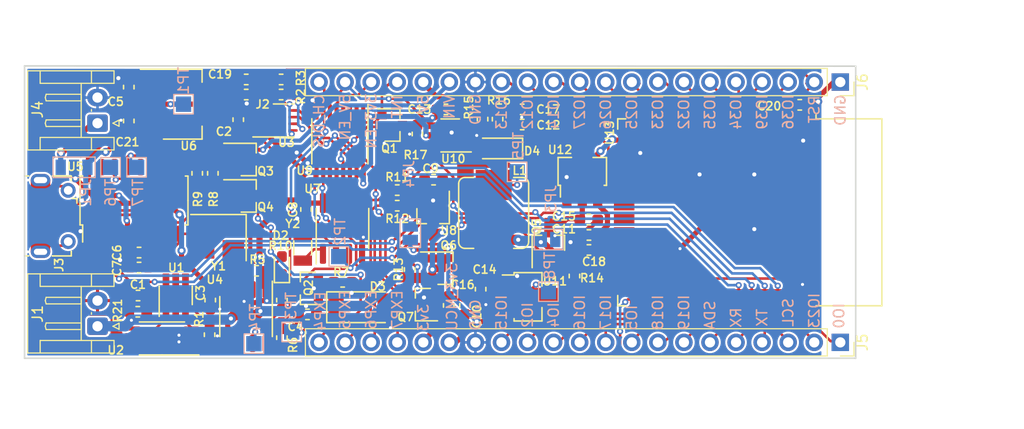
<source format=kicad_pcb>
(kicad_pcb (version 20241229) (generator "pcbnew") (generator_version "9.0")
  (layers (0 "F.Cu" signal) (2 "B.Cu" signal) (13 "F.Paste" user) (15 "B.Paste" user) (5 "F.SilkS" user) (7 "B.SilkS" user) (1 "F.Mask" user) (3 "B.Mask" user) (25 "Edge.Cuts" user))
  (net 0 "")
  (net 1 "Net-(C1-Pad2)")
  (net 2 "Net-(C1-Pad1)")
  (net 3 "/Battery Module/VBAT")
  (net 4 "GND")
  (net 5 "/Charger I/O/VCHARGE")
  (net 6 "Net-(C4-Pad2)")
  (net 7 "/Charger I/O/3v3FTDI")
  (net 8 "Net-(C6-Pad1)")
  (net 9 "Net-(C7-Pad1)")
  (net 10 "/RTC and Cut-Off Module/V_I2C")
  (net 11 "/MCU Module/3v3")
  (net 12 "/MCU Module/3v3_MCU")
  (net 13 "/MCU Module/5V")
  (net 14 "Net-(C14-Pad1)")
  (net 15 "Net-(C15-Pad1)")
  (net 16 "/Charger I/O/RST")
  (net 17 "/Charger I/O/VBUS")
  (net 18 "Net-(D2-Pad1)")
  (net 19 "Net-(D4-Pad2)")
  (net 20 "Net-(J2-Pad1)")
  (net 21 "/Charger I/O/D+")
  (net 22 "/Charger I/O/D-")
  (net 23 "Net-(J4-Pad1)")
  (net 24 "/MCU Module/IO15")
  (net 25 "/MCU Module/IO2")
  (net 26 "/MCU Module/IO4")
  (net 27 "/MCU Module/IO16")
  (net 28 "/MCU Module/IO17")
  (net 29 "/MCU Module/IO5")
  (net 30 "/MCU Module/IO18")
  (net 31 "/MCU Module/IO19")
  (net 32 "/Charging Module/SDA")
  (net 33 "/MCU Module/RX")
  (net 34 "/Charger I/O/RX")
  (net 35 "/Charging Module/SCL")
  (net 36 "/MCU Module/IO23")
  (net 37 "/Charger I/O/GPIO0")
  (net 38 "/MCU Module/IO13")
  (net 39 "/MCU Module/IO12")
  (net 40 "/MCU Module/IO14")
  (net 41 "/MCU Module/IO27")
  (net 42 "/MCU Module/IO26")
  (net 43 "/MCU Module/IO25")
  (net 44 "/MCU Module/IO33")
  (net 45 "/MCU Module/IO32")
  (net 46 "/MCU Module/IO35")
  (net 47 "/MCU Module/IO34")
  (net 48 "/MCU Module/IO39")
  (net 49 "/MCU Module/IO36")
  (net 50 "/Charging Module/INT")
  (net 51 "Net-(Q3-Pad2)")
  (net 52 "Net-(Q3-Pad1)")
  (net 53 "Net-(Q4-Pad2)")
  (net 54 "Net-(Q4-Pad1)")
  (net 55 "Net-(Q6-Pad1)")
  (net 56 "Net-(R1-Pad1)")
  (net 57 "Net-(R2-Pad1)")
  (net 58 "Net-(R3-Pad1)")
  (net 59 "Net-(R5-Pad1)")
  (net 60 "/Charging Module/STDBY")
  (net 61 "Net-(R15-Pad1)")
  (net 62 "Net-(R17-Pad1)")
  (net 63 "Net-(U1-Pad4)")
  (net 64 "Net-(U1-Pad3)")
  (net 65 "Net-(U1-Pad1)")
  (net 66 "Net-(U2-Pad8)")
  (net 67 "Net-(U2-Pad1)")
  (net 68 "Net-(U3-Pad4)")
  (net 69 "Net-(U5-Pad15)")
  (net 70 "Net-(U5-Pad12)")
  (net 71 "Net-(U5-Pad11)")
  (net 72 "Net-(U5-Pad10)")
  (net 73 "Net-(U5-Pad9)")
  (net 74 "Net-(U7-Pad7)")
  (net 75 "Net-(U7-Pad2)")
  (net 76 "Net-(U7-Pad1)")
  (net 77 "Net-(U9-Pad3)")
  (net 78 "Net-(U13-Pad32)")
  (net 79 "Net-(U13-Pad22)")
  (net 80 "Net-(U13-Pad21)")
  (net 81 "Net-(U13-Pad20)")
  (net 82 "Net-(U13-Pad19)")
  (net 83 "Net-(U13-Pad18)")
  (net 84 "Net-(U13-Pad17)")
  (net 85 "Net-(J3-Pad4)")
  (net 86 "Net-(TP4-Pad1)")
  (net 87 "exp4")
  (net 88 "exp5")
  (net 89 "exp6")
  (net 90 "exp7")
  (net 91 "CH_DIS")
  (net 92 "5V_EN")
  (net 93 "3v3_EN")
  (net 94 "INT_IO")
  (net 95 "Net-(J3-Pad6)")
  (footprint "Capacitor_SMD:C_0603_1608Metric_Pad1.05x0.95mm_HandSolder" (layer "F.Cu") (at 113.044 117.348)
    (property "Reference" "C1")
    (property "Value" "0.1µF")
  )
  (footprint "Capacitor_SMD:C_0603_1608Metric_Pad1.05x0.95mm_HandSolder" (layer "F.Cu") (at 122.809 100.189 -90)
    (property "Reference" "C2")
    (property "Value" "0.1µF")
  )
  (footprint "Capacitor_SMD:C_0603_1608Metric_Pad1.05x0.95mm_HandSolder" (layer "F.Cu") (at 120.0785 117.7925 -90)
    (property "Reference" "C3")
    (property "Value" "1µF")
  )
  (footprint "Capacitor_SMD:C_0603_1608Metric_Pad1.05x0.95mm_HandSolder" (layer "F.Cu") (at 129.554 119.1895)
    (property "Reference" "C4")
    (property "Value" "10µF")
  )
  (footprint "Capacitor_SMD:C_0603_1608Metric_Pad1.05x0.95mm_HandSolder" (layer "F.Cu") (at 112.141 97.014 -90)
    (property "Reference" "C5")
    (property "Value" "1µF")
  )
  (footprint "Capacitor_SMD:C_0603_1608Metric_Pad1.05x0.95mm_HandSolder" (layer "F.Cu") (at 113.143 113.157 180)
    (property "Reference" "C6")
    (property "Value" "22pF")
  )
  (footprint "Capacitor_SMD:C_0603_1608Metric_Pad1.05x0.95mm_HandSolder" (layer "F.Cu") (at 113.143 114.6175 180)
    (property "Reference" "C7")
    (property "Value" "22pF")
  )
  (footprint "Capacitor_SMD:C_0603_1608Metric_Pad1.05x0.95mm_HandSolder" (layer "F.Cu") (at 129.413 108.952 90)
    (property "Reference" "C8")
    (property "Value" "0.1µF")
  )
  (footprint "Capacitor_SMD:C_0603_1608Metric_Pad1.05x0.95mm_HandSolder" (layer "F.Cu") (at 141.845 106.045 180)
    (property "Reference" "C9")
    (property "Value" "0.1µF")
  )
  (footprint "Capacitor_SMD:C_0603_1608Metric_Pad1.05x0.95mm_HandSolder" (layer "F.Cu") (at 144.907 118.3145 90)
    (property "Reference" "C10")
    (property "Value" "1µF")
  )
  (footprint "Capacitor_SMD:C_0603_1608Metric_Pad1.05x0.95mm_HandSolder" (layer "F.Cu") (at 156.986 111.4425 180)
    (property "Reference" "C11")
    (property "Value" "1µF")
  )
  (footprint "Capacitor_SMD:C_0603_1608Metric_Pad1.05x0.95mm_HandSolder" (layer "F.Cu") (at 150.481 100.661 180)
    (property "Reference" "C12")
    (property "Value" "1µF")
  )
  (footprint "Capacitor_SMD:C_0603_1608Metric_Pad1.05x0.95mm_HandSolder" (layer "F.Cu") (at 143.0515 99.187)
    (property "Reference" "C13")
    (property "Value" "1µF")
  )
  (footprint "Capacitor_SMD:C_0603_1608Metric_Pad1.05x0.95mm_HandSolder" (layer "F.Cu") (at 146.431 116.727 -90)
    (property "Reference" "C14")
    (property "Value" "0.1µF")
  )
  (footprint "Capacitor_SMD:C_0603_1608Metric_Pad1.05x0.95mm_HandSolder" (layer "F.Cu") (at 156.972 109.932)
    (property "Reference" "C15")
    (property "Value" "0.1µF")
  )
  (footprint "Capacitor_SMD:C_0603_1608Metric_Pad1.05x0.95mm_HandSolder" (layer "F.Cu") (at 143.3195 118.3145 90)
    (property "Reference" "C16")
    (property "Value" "10µF")
  )
  (footprint "Capacitor_SMD:C_0603_1608Metric_Pad1.05x0.95mm_HandSolder" (layer "F.Cu") (at 150.481 99.187 180)
    (property "Reference" "C17")
    (property "Value" "10µF")
  )
  (footprint "Capacitor_SMD:C_0603_1608Metric_Pad1.05x0.95mm_HandSolder" (layer "F.Cu") (at 156.986 112.903 180)
    (property "Reference" "C18")
    (property "Value" "10µF")
  )
  (footprint "Capacitor_SMD:C_0603_1608Metric_Pad1.05x0.95mm_HandSolder" (layer "F.Cu") (at 123.585 96.266)
    (property "Reference" "C19")
    (property "Value" "0.1µF")
  )
  (footprint "Capacitor_SMD:C_0603_1608Metric_Pad1.05x0.95mm_HandSolder" (layer "F.Cu") (at 177.532 98.7425 180)
    (property "Reference" "C20")
    (property "Value" "0.1µF")
  )
  (footprint "Capacitor_SMD:C_0603_1608Metric_Pad1.05x0.95mm_HandSolder" (layer "F.Cu") (at 112.141 100.316 90)
    (property "Reference" "C21")
    (property "Value" "1µF")
  )
  (footprint "LED_SMD:LED_0603_1608Metric_Pad1.05x0.95mm_HandSolder" (layer "F.Cu") (at 127.0635 114.427 90)
    (property "Reference" "D2")
    (property "Value" "LED")
  )
  (footprint "Diode_SMD:D_MELF" (layer "F.Cu") (at 134.734 118.491)
    (property "Reference" "D3")
    (property "Value" "SM4007")
  )
  (footprint "Connector_JST:JST_EH_S2B-EH_1x02_P2.50mm_Horizontal" (layer "F.Cu") (at 109.093 120.346 90)
    (property "Reference" "J1")
    (property "Value" "Battery connector")
  )
  (footprint "Resistor_SMD:R_0603_1608Metric_Pad1.05x0.95mm_HandSolder" (layer "F.Cu") (at 123.585 97.74 180)
    (property "Reference" "J2")
    (property "Value" "Thermistor")
  )
  (footprint "Connector_JST:JST_EH_S2B-EH_1x02_P2.50mm_Horizontal" (layer "F.Cu") (at 109.093 100.534 90)
    (property "Reference" "J4")
    (property "Value" "Solar in")
  )
  (footprint "Package_TO_SOT_SMD:SOT-23" (layer "F.Cu") (at 137.811 100.711)
    (property "Reference" "Q1")
    (property "Value" "2N7002")
  )
  (footprint "Package_TO_SOT_SMD:SOT-23" (layer "F.Cu") (at 129.6195 116.647 180)
    (property "Reference" "Q2")
    (property "Value" "2N7002")
  )
  (footprint "Package_TO_SOT_SMD:SOT-23_Handsoldering" (layer "F.Cu") (at 123.801 104.079)
    (property "Reference" "Q3")
    (property "Value" "S8050")
  )
  (footprint "Package_TO_SOT_SMD:SOT-23_Handsoldering" (layer "F.Cu") (at 123.801 107.6325)
    (property "Reference" "Q4")
    (property "Value" "S8050")
  )
  (footprint "Package_TO_SOT_SMD:SOT-23_Handsoldering" (layer "F.Cu") (at 153.0325 112.2285 90)
    (property "Reference" "Q5")
    (property "Value" "AO3401A")
  )
  (footprint "Package_TO_SOT_SMD:SOT-23_Handsoldering" (layer "F.Cu") (at 142.978 114.6835)
    (property "Reference" "Q6")
    (property "Value" "AO3401A")
  )
  (footprint "Package_TO_SOT_SMD:SOT-23" (layer "F.Cu") (at 140.827 118.237 180)
    (property "Reference" "Q7")
    (property "Value" "2N7002")
  )
  (footprint "Resistor_SMD:R_0603_1608Metric_Pad1.05x0.95mm_HandSolder" (layer "F.Cu") (at 120.015 121.172 -90)
    (property "Reference" "R1")
    (property "Value" "1k")
  )
  (footprint "Resistor_SMD:R_0603_1608Metric_Pad1.05x0.95mm_HandSolder" (layer "F.Cu") (at 126.986 97.74 180)
    (property "Reference" "R2")
    (property "Value" "100")
  )
  (footprint "Resistor_SMD:R_0603_1608Metric_Pad1.05x0.95mm_HandSolder" (layer "F.Cu") (at 126.986 96.266 180)
    (property "Reference" "R3")
    (property "Value" "10k")
  )
  (footprint "Resistor_SMD:R_0603_1608Metric_Pad1.05x0.95mm_HandSolder" (layer "F.Cu") (at 124.601 114.935)
    (property "Reference" "R5")
    (property "Value" "1.8k")
  )
  (footprint "Resistor_SMD:R_0603_1608Metric_Pad1.05x0.95mm_HandSolder" (layer "F.Cu") (at 127.0635 121.4615 -90)
    (property "Reference" "R6")
    (property "Value" "180k")
  )
  (footprint "Resistor_SMD:R_0603_1608Metric_Pad1.05x0.95mm_HandSolder" (layer "F.Cu") (at 132.983 116.0145 180)
    (property "Reference" "R7")
    (property "Value" "1M")
  )
  (footprint "Resistor_SMD:R_0603_1608Metric_Pad1.05x0.95mm_HandSolder" (layer "F.Cu") (at 120.3325 105.424 -90)
    (property "Reference" "R8")
    (property "Value" "10k")
  )
  (footprint "Resistor_SMD:R_0603_1608Metric_Pad1.05x0.95mm_HandSolder" (layer "F.Cu") (at 118.8085 105.424 90)
    (property "Reference" "R9")
    (property "Value" "10k")
  )
  (footprint "Resistor_SMD:R_0603_1608Metric_Pad1.05x0.95mm_HandSolder" (layer "F.Cu") (at 127.0635 117.7925 -90)
    (property "Reference" "R10")
    (property "Value" "1k")
  )
  (footprint "Resistor_SMD:R_0603_1608Metric_Pad1.05x0.95mm_HandSolder" (layer "F.Cu") (at 138.303 107.061)
    (property "Reference" "R11")
    (property "Value" "10k")
  )
  (footprint "Resistor_SMD:R_0603_1608Metric_Pad1.05x0.95mm_HandSolder" (layer "F.Cu") (at 138.303 108.585)
    (property "Reference" "R12")
    (property "Value" "10k")
  )
  (footprint "Resistor_SMD:R_0603_1608Metric_Pad1.05x0.95mm_HandSolder" (layer "F.Cu") (at 139.5095 114.808 90)
    (property "Reference" "R13")
    (property "Value" "180k")
  )
  (footprint "Resistor_SMD:R_0603_1608Metric_Pad1.05x0.95mm_HandSolder" (layer "F.Cu") (at 155.575 115.443 -90)
    (property "Reference" "R14")
    (property "Value" "180k")
  )
  (footprint "Resistor_SMD:R_0603_1608Metric_Pad1.05x0.95mm_HandSolder" (layer "F.Cu") (at 146.6215 100.139 -90)
    (property "Reference" "R15")
    (property "Value" "22k")
  )
  (footprint "Resistor_SMD:R_0603_1608Metric_Pad1.05x0.95mm_HandSolder" (layer "F.Cu") (at 148.082 100.139 90)
    (property "Reference" "R16")
    (property "Value" "180k")
  )
  (footprint "Resistor_SMD:R_0603_1608Metric_Pad1.05x0.95mm_HandSolder" (layer "F.Cu") (at 140.2715 101.586 90)
    (property "Reference" "R17")
    (property "Value" "22k")
  )
  (footprint "Resistor_SMD:R_0603_1608Metric_Pad1.05x0.95mm_HandSolder" (layer "F.Cu") (at 113.016 118.9355)
    (property "Reference" "R21")
    (property "Value" "100")
  )
  (footprint "Package_TO_SOT_SMD:SOT-23-6_Handsoldering" (layer "F.Cu") (at 116.7155 117.3315 90)
    (property "Reference" "U1")
    (property "Value" "FS312F-G")
  )
  (footprint "Package_SO:TSSOP-8_4.4x3mm_P0.65mm" (layer "F.Cu") (at 115.3745 121.539 180)
    (property "Reference" "U2")
    (property "Value" "FS8205A")
  )
  (footprint "Package_DFN_QFN:WDFN-8-1EP_4x3mm_P0.65mm_EP2.4x1.8mm" (layer "F.Cu") (at 126.238 100.2665)
    (property "Reference" "U3")
    (property "Value" "LC709203FQH")
  )
  (footprint "Package_SO:SOP-8_3.9x4.9mm_P1.27mm" (layer "F.Cu") (at 123.571 119.4015 -90)
    (property "Reference" "U4")
    (property "Value" "TP4056")
  )
  (footprint "Package_SO:SOP-16_4.55x10.3mm_P1.27mm" (layer "F.Cu") (at 112.649 108.077 90)
    (property "Reference" "U5")
    (property "Value" "CH340G")
  )
  (footprint "Package_TO_SOT_SMD:SOT-223-3_TabPin2" (layer "F.Cu") (at 117.373 98.679)
    (property "Reference" "U6")
    (property "Value" "AMS1117-3.3")
  )
  (footprint "Package_SO:SOIC-8_3.9x4.9mm_P1.27mm" (layer "F.Cu") (at 132.969 110.806 90)
    (property "Reference" "U7")
    (property "Value" "PCF8563T")
  )
  (footprint "Package_TO_SOT_SMD:SOT-23_Handsoldering" (layer "F.Cu") (at 141.798 109.577 -90)
    (property "Reference" "U8")
    (property "Value" "XC6206P332MR")
  )
  (footprint "Package_SO:TSSOP-16_4.4x5mm_P0.65mm" (layer "F.Cu") (at 132.715 102.3035 -90)
    (property "Reference" "U9")
    (property "Value" "TCA6408A")
  )
  (footprint "Package_TO_SOT_SMD:SOT-23-6_Handsoldering" (layer "F.Cu") (at 143.463 101.7295 180)
    (property "Reference" "U10")
    (property "Value" "FP6291LR")
  )
  (footprint "Package_TO_SOT_SMD:SOT-89-3_Handsoldering" (layer "F.Cu") (at 150.749 117.475)
    (property "Reference" "U11")
    (property "Value" "ME6210A33P")
  )
  (footprint "Package_TO_SOT_SMD:SOT-89-3_Handsoldering" (layer "F.Cu") (at 156.337 105.537 90)
    (property "Reference" "U12")
    (property "Value" "ME6210A33P")
  )
  (footprint "RF_Module:ESP32-WROOM-32" (layer "F.Cu") (at 169.672 109.229 -90)
    (property "Reference" "U13")
    (property "Value" "ESP32-WROOM32")
  )
  (footprint "Crystal:Crystal_SMD_3225-4Pin_3.2x2.5mm_HandSoldering" (layer "F.Cu") (at 120.881 111.696 180)
    (property "Reference" "Y1")
    (property "Value" "12MHZ")
  )
  (footprint "Crystal:Crystal_SMD_3215-2Pin_3.2x1.5mm" (layer "F.Cu") (at 129.0955 112.6925 90)
    (property "Reference" "Y2")
    (property "Value" "32.768KHz")
  )
  (footprint "Inductor_SMD:L_Bourns_SRP7028A_7.3x6.6mm" (layer "F.Cu") (at 147.701 109.289 90)
    (property "Reference" "L1")
    (property "Value" "3.3u")
  )
  (footprint "Connector_USB:USB_Micro-B_Molex-105017-0001" (layer "F.Cu") (at 104.775 109.585 -90)
    (property "Reference" "J3")
    (property "Value" "USB_B_Micro")
  )
  (footprint "Diode_SMD:D_SOD-123" (layer "F.Cu") (at 148.2725 102.997 180)
    (property "Reference" "D4")
    (property "Value" "D_Schottky")
  )
  (footprint "Connector_PinSocket_2.54mm:PinSocket_1x21_P2.54mm_Vertical" (layer "F.Cu") (at 181.483 121.92 -90)
    (property "Reference" "J5")
    (property "Value" "main pin header fight")
  )
  (footprint "Connector_PinSocket_2.54mm:PinSocket_1x21_P2.54mm_Vertical" (layer "F.Cu") (at 181.483 96.52 -90)
    (property "Reference" "J6")
    (property "Value" "main pin header left")
  )
  (footprint "Jumper:SolderJumper-3_P1.3mm_Open_Pad1.0x1.5mm" (layer "B.Cu") (at 106.807 104.8385)
    (property "Reference" "JP1")
    (property "Value" "CHRG_Jumper")
  )
  (footprint "Jumper:SolderJumper-2_P1.3mm_Open_Pad1.0x1.5mm" (layer "B.Cu") (at 153.05 111.887)
    (property "Reference" "JP3")
    (property "Value" "MCU_EN")
  )
  (footprint "Jumper:SolderJumper-2_P1.3mm_Open_Pad1.0x1.5mm" (layer "B.Cu") (at 139.573 111.267 90)
    (property "Reference" "JP4")
    (property "Value" "3v3_MCU_I2C")
  )
  (footprint "TestPoint:TestPoint_Pad_1.5x1.5mm" (layer "B.Cu") (at 117.475 98.679)
    (property "Reference" "TP1")
    (property "Value" "TestPoint")
  )
  (footprint "TestPoint:TestPoint_Pad_1.5x1.5mm" (layer "B.Cu") (at 128.016 120.904)
    (property "Reference" "TP3")
    (property "Value" "TestPoint")
  )
  (footprint "TestPoint:TestPoint_Pad_1.5x1.5mm" (layer "B.Cu") (at 110.363 104.8385)
    (property "Reference" "TP6")
    (property "Value" "TestPoint")
  )
  (footprint "TestPoint:TestPoint_Pad_1.5x1.5mm" (layer "B.Cu") (at 112.903 104.8385)
    (property "Reference" "TP7")
    (property "Value" "TestPoint")
  )
  (footprint "TestPoint:TestPoint_Pad_1.5x1.5mm" (layer "B.Cu") (at 149.987 105.283)
    (property "Reference" "TP5")
    (property "Value" "TestPoint")
  )
  (footprint "TestPoint:TestPoint_Pad_1.5x1.5mm" (layer "B.Cu") (at 153.035 116.967)
    (property "Reference" "TP8")
    (property "Value" "TestPoint")
  )
  (footprint "TestPoint:TestPoint_Pad_1.5x1.5mm" (layer "B.Cu") (at 124.333 122.047)
    (property "Reference" "TP4")
    (property "Value" "TestPoint")
  )
  (footprint "TestPoint:TestPoint_Pad_1.5x1.5mm" (layer "B.Cu") (at 132.606 113.546)
    (property "Reference" "TP2")
    (property "Value" "TestPoint")
  )
  (gr_line (start 182.981 123.471) (end 182.981 94.971) (stroke (width 0.15)) (layer "Edge.Cuts"))
  (gr_line (start 182.981 94.971) (end 101.981 94.946) (stroke (width 0.15)) (layer "Edge.Cuts"))
  (gr_line (start 101.981 123.471) (end 182.981 123.471) (stroke (width 0.15)) (layer "Edge.Cuts"))
  (gr_line (start 101.981 94.946) (end 101.981 123.471) (stroke (width 0.15)) (layer "Edge.Cuts"))
  (gr_text "IO2" (at 151.003 119.253 90) (layer "B.SilkS") (effects (font (size 1 1)) (justify mirror)))
  (gr_text "IO16" (at 156.083 118.999 90) (layer "B.SilkS") (effects (font (size 1 1)) (justify mirror)))
  (gr_text "IO18" (at 163.703 118.999 90) (layer "B.SilkS") (effects (font (size 1 1)) (justify mirror)))
  (gr_text "IO0" (at 181.356 119.33 90) (layer "B.SilkS") (effects (font (size 1 1)) (justify mirror)))
  (gr_text "IO33" (at 163.703 99.441 90) (layer "B.SilkS") (effects (font (size 1 1)) (justify mirror)))
  (gr_text "IO14" (at 153.543 99.441 90) (layer "B.SilkS") (effects (font (size 1 1)) (justify mirror)))
  (gr_text "3v3_EN\n" (at 135.763 100.33 90) (layer "B.SilkS") (effects (font (size 1 1)) (justify mirror)))
  (gr_text "5V_EN" (at 133.223 99.949 90) (layer "B.SilkS") (effects (font (size 1 1)) (justify mirror)))
  (gr_text "SCL\n" (at 176.403 118.999 90) (layer "B.SilkS") (effects (font (size 1 1)) (justify mirror)))
  (gr_text "IO15" (at 148.463 118.999 90) (layer "B.SilkS") (effects (font (size 1 1)) (justify mirror)))
  (gr_text "3v3" (at 140.843 119.507 90) (layer "B.SilkS") (effects (font (size 1 1)) (justify mirror)))
  (gr_text "IO19" (at 166.243 118.999 90) (layer "B.SilkS") (effects (font (size 1 1)) (justify mirror)))
  (gr_text "IO17" (at 158.623 118.999 90) (layer "B.SilkS") (effects (font (size 1 1)) (justify mirror)))
  (gr_text "IO34" (at 171.323 99.441 90) (layer "B.SilkS") (effects (font (size 1 1)) (justify mirror)))
  (gr_text "3v3_MCU" (at 143.637 117.475 90) (layer "B.SilkS") (effects (font (size 1 1)) (justify mirror)))
  (gr_text "RST\n" (at 178.943 99.187 90) (layer "B.SilkS") (effects (font (size 1 1)) (justify mirror)))
  (gr_text "EXP4" (at 130.81 118.872 90) (layer "B.SilkS") (effects (font (size 1 1)) (justify mirror)))
  (gr_text "5V" (at 140.843 98.679 90) (layer "B.SilkS") (effects (font (size 1 1)) (justify mirror)))
  (gr_text "EXP6" (at 135.763 118.745 90) (layer "B.SilkS") (effects (font (size 1 1)) (justify mirror)))
  (gr_text "IO13" (at 148.463 99.441 90) (layer "B.SilkS") (effects (font (size 1 1)) (justify mirror)))
  (gr_text "RX" (at 171.323 119.507 90) (layer "B.SilkS") (effects (font (size 1 1)) (justify mirror)))
  (gr_text "IO23" (at 178.943 118.822 90) (layer "B.SilkS") (effects (font (size 1 1)) (justify mirror)))
  (gr_text "IO35" (at 168.783 99.441 90) (layer "B.SilkS") (effects (font (size 1 1)) (justify mirror)))
  (gr_text "TX\n" (at 173.863 119.507 90) (layer "B.SilkS") (effects (font (size 1 1)) (justify mirror)))
  (gr_text "SDA" (at 168.783 119.253 90) (layer "B.SilkS") (effects (font (size 1 1)) (justify mirror)))
  (gr_text "IO32" (at 166.243 99.441 90) (layer "B.SilkS") (effects (font (size 1 1)) (justify mirror)))
  (gr_text "IO4" (at 153.543 119.253 90) (layer "B.SilkS") (effects (font (size 1 1)) (justify mirror)))
  (gr_text "IO12" (at 151.003 99.441 90) (layer "B.SilkS") (effects (font (size 1 1)) (justify mirror)))
  (gr_text "IO27" (at 156.083 99.441 90) (layer "B.SilkS") (effects (font (size 1 1)) (justify mirror)))
  (gr_text "INT" (at 138.303 98.933 90) (layer "B.SilkS") (effects (font (size 1 1)) (justify mirror)))
  (gr_text "VIN" (at 143.383 98.933 90) (layer "B.SilkS") (effects (font (size 1 1)) (justify mirror)))
  (gr_text "CH_DIS" (at 130.683 100.33 90) (layer "B.SilkS") (effects (font (size 1 1)) (justify mirror)))
  (gr_text "GND\n" (at 145.923 99.187 90) (layer "B.SilkS") (effects (font (size 1 1)) (justify mirror)))
  (gr_text "GND" (at 181.483 99.264 90) (layer "B.SilkS") (effects (font (size 1 1)) (justify mirror)))
  (gr_text "IO5" (at 161.163 119.507 90) (layer "B.SilkS") (effects (font (size 1 1)) (justify mirror)))
  (gr_text "IO25" (at 161.163 99.441 90) (layer "B.SilkS") (effects (font (size 1 1)) (justify mirror)))
  (gr_text "IO26" (at 158.623 99.441 90) (layer "B.SilkS") (effects (font (size 1 1)) (justify mirror)))
  (gr_text "IO39" (at 173.863 99.441 90) (layer "B.SilkS") (effects (font (size 1 1)) (justify mirror)))
  (gr_text "EXP5" (at 133.223 118.745 90) (layer "B.SilkS") (effects (font (size 1 1)) (justify mirror)))
  (gr_text "GND" (at 145.923 119.253 90) (layer "B.SilkS") (effects (font (size 1 1)) (justify mirror)))
  (gr_text "EXP7" (at 138.303 118.745 90) (layer "B.SilkS") (effects (font (size 1 1)) (justify mirror)))
  (gr_text "IO36" (at 176.403 99.441 90) (layer "B.SilkS") (effects (font (size 1 1)) (justify mirror)))
  (segment (start 112.9665 116.5225) (end 110.4165 116.5225) (width 0.25) (layer "F.Cu") (net 1))
  (segment (start 115.375512 117.226488) (end 115.05481 117.226488) (width 0.25) (layer "F.Cu") (net 1))
  (segment (start 114.806298 117.475) (end 113.919 117.475) (width 0.25) (layer "F.Cu") (net 1))
  (segment (start 113.919 117.475) (end 112.9665 116.5225) (width 0.25) (layer "F.Cu") (net 1))
  (segment (start 115.05481 117.226488) (end 114.806298 117.475) (width 0.25) (layer "F.Cu") (net 1))
  (segment (start 115.697 116.905) (end 115.375512 117.226488) (width 0.25) (layer "F.Cu") (net 1))
  (segment (start 115.697 116.045) (end 115.697 116.905) (width 0.25) (layer "F.Cu") (net 1))
  (segment (start 116.647 116.045) (end 116.647 117.075) (width 0.25) (layer "F.Cu") (net 2))
  (segment (start 113.693 118.999) (end 112.169 117.475) (width 0.25) (layer "F.Cu") (net 2))
  (segment (start 113.9437 118.999) (end 113.693 118.999) (width 0.25) (layer "F.Cu") (net 2))
  (segment (start 116.095501 117.626499) (end 115.316201 117.626499) (width 0.25) (layer "F.Cu") (net 2))
  (segment (start 116.647 117.075) (end 116.095501 117.626499) (width 0.25) (layer "F.Cu") (net 2))
  (segment (start 115.316201 117.626499) (end 113.9437 118.999) (width 0.25) (layer "F.Cu") (net 2))
  (segment (start 142.113 99.187) (end 142.113 99.187) (width 0.508) (layer "F.Cu") (net 3))
  (segment (start 124.587 119.253) (end 124.968 118.872) (width 1) (layer "F.Cu") (net 3))
  (segment (start 127.553002 108.075498) (end 124.881001 110.747499) (width 0.6) (layer "F.Cu") (net 3))
  (segment (start 129.383498 108.075498) (end 127.553002 108.075498) (width 0.6) (layer "F.Cu") (net 3))
  (segment (start 135.699473 99.789473) (end 135.699473 99.88199) (width 0.25) (layer "F.Cu") (net 3))
  (segment (start 124.881001 110.747499) (end 124.881001 113.546) (width 0.6) (layer "F.Cu") (net 3))
  (segment (start 141.732 114.808008) (end 141.732 114.696) (width 0.75) (layer "F.Cu") (net 3))
  (segment (start 128.651 119.507) (end 128.651 118.626) (width 0.5) (layer "F.Cu") (net 3))
  (segment (start 153.9825 113.7285) (end 153.9825 113.66) (width 0.508) (layer "F.Cu") (net 3))
  (segment (start 121.784 119.906718) (end 122.09637 119.594348) (width 0.5) (layer "F.Cu") (net 3))
  (segment (start 125.715467 101.769988) (end 123.641988 101.769988) (width 0.5) (layer "F.Cu") (net 3))
  (segment (start 139.559 115.6335) (end 139.5095 115.683) (width 0.6) (layer "F.Cu") (net 3))
  (segment (start 124.338 100.5915) (end 123.2815 100.5915) (width 0.25) (layer "F.Cu") (net 3))
  (segment (start 142.512 111.077) (end 142.656 111.221) (width 0.508) (layer "F.Cu") (net 3))
  (segment (start 142.972874 114.533628) (end 142.972874 113.696) (width 0.75) (layer "F.Cu") (net 3))
  (segment (start 129.0955 107.7875) (end 129.0955 105.7275) (width 0.5) (layer "F.Cu") (net 3))
  (segment (start 155.5115 114.568) (end 155.5115 114.4765) (width 0.6) (layer "F.Cu") (net 3))
  (segment (start 122.437718 119.253) (end 124.587 119.253) (width 1) (layer "F.Cu") (net 3))
  (segment (start 121.784 122.024) (end 121.784 119.906718) (width 0.5) (layer "F.Cu") (net 3))
  (segment (start 141.798 111.077) (end 142.512 111.077) (width 0.508) (layer "F.Cu") (net 3))
  (segment (start 128.651 119.901) (end 128.651 119.507) (width 0.508) (layer "F.Cu") (net 3))
  (segment (start 112.141 118.999) (end 112.141 119.507) (width 0.5) (layer "F.Cu") (net 3))
  (segment (start 134.99 105.0975) (end 134.99 106.415) (width 0.5) (layer "F.Cu") (net 3))
  (segment (start 127.381 120.551) (end 128.001 120.551) (width 0.508) (layer "F.Cu") (net 3))
  (segment (start 141.478 115.6335) (end 139.559 115.6335) (width 1) (layer "F.Cu") (net 3))
  (segment (start 152.461201 112.138701) (end 152.299297 112.138701) (width 0.508) (layer "F.Cu") (net 3))
  (segment (start 141.732 114.808008) (end 141.732 115.3795) (width 0.75) (layer "F.Cu") (net 3))
  (segment (start 142.181 99.796) (end 141.972526 100.004474) (width 0.5) (layer "F.Cu") (net 3))
  (segment (start 123.641988 101.769988) (end 122.964 101.092) (width 0.5) (layer "F.Cu") (net 3))
  (segment (start 150.090847 111.910153) (end 148.185847 111.910153) (width 1) (layer "F.Cu") (net 3))
  (segment (start 128.651 118.626) (end 128.913 118.364) (width 0.5) (layer "F.Cu") (net 3))
  (segment (start 135.351 99.441) (end 135.699473 99.789473) (width 0.25) (layer "F.Cu") (net 3))
  (segment (start 129.639 108.331) (end 129.413 108.105) (width 0.508) (layer "F.Cu") (net 3))
  (segment (start 142.810502 114.696) (end 142.972874 114.533628) (width 0.75) (layer "F.Cu") (net 3))
  (segment (start 154.7635 113.7285) (end 153.9825 113.7285) (width 0.6) (layer "F.Cu") (net 3))
  (segment (start 142.972874 113.696) (end 146.019 113.696) (width 0.75) (layer "F.Cu") (net 3))
  (segment (start 141.732 115.3795) (end 141.478 115.6335) (width 0.75) (layer "F.Cu") (net 3))
  (segment (start 141.972526 100.004474) (end 141.732 100.004474) (width 0.5) (layer "F.Cu") (net 3))
  (segment (start 122.964 101.092) (end 122.964 100.937) (width 0.5) (layer "F.Cu") (net 3))
  (segment (start 141.732 114.696) (end 142.810502 114.696) (width 0.75) (layer "F.Cu") (net 3))
  (segment (start 122.09637 119.594348) (end 122.437718 119.253) (width 1) (layer "F.Cu") (net 3))
  (segment (start 131.064 108.331) (end 129.639 108.331) (width 0.508) (layer "F.Cu") (net 3))
  (segment (start 129.0955 105.150021) (end 125.715467 101.769988) (width 0.5) (layer "F.Cu") (net 3))
  (segment (start 139.460008 115.570008) (end 138.43 115.570008) (width 1) (layer "F.Cu") (net 3))
  (segment (start 129.413 108.105) (end 129.383498 108.075498) (width 0.5) (layer "F.Cu") (net 3))
  (segment (start 128.001 120.551) (end 128.651 119.901) (width 0.508) (layer "F.Cu") (net 3))
  (segment (start 134.99 106.415) (end 135.001 106.426) (width 0.5) (layer "F.Cu") (net 3))
  (segment (start 141.0995 101.7295) (end 142.113 101.7295) (width 0.508) (layer "F.Cu") (net 3))
  (segment (start 142.181 99.1915) (end 142.181 99.796) (width 0.5) (layer "F.Cu") (net 3))
  (segment (start 129.0955 105.7275) (end 129.0955 105.150021) (width 0.5) (layer "F.Cu") (net 3))
  (segment (start 128.913 118.364) (end 129.413008 118.364) (width 0.5) (layer "F.Cu") (net 3))
  (segment (start 142.1765 99.187) (end 142.181 99.1915) (width 0.5) (layer "F.Cu") (net 3))
  (segment (start 129.4765 105.3465) (end 129.0955 105.7275) (width 0.508) (layer "F.Cu") (net 3))
  (segment (start 134.99 99.441) (end 135.351 99.441) (width 0.25) (layer "F.Cu") (net 3))
  (segment (start 112.141 119.507) (end 112.395 119.761) (width 0.5) (layer "F.Cu") (net 3))
  (segment (start 146.019 113.696) (end 147.701 112.014) (width 0.75) (layer "F.Cu") (net 3))
  (segment (start 153.9825 113.5965) (end 152.524701 112.138701) (width 0.6) (layer "F.Cu") (net 3))
  (segment (start 152.524701 112.138701) (end 152.461201 112.138701) (width 0.6) (layer "F.Cu") (net 3))
  (segment (start 153.9825 113.66) (end 153.9825 113.5965) (width 0.6) (layer "F.Cu") (net 3))
  (segment (start 155.5115 114.4765) (end 154.7635 113.7285) (width 0.6) (layer "F.Cu") (net 3))
  (segment (start 134.99 99.441) (end 134.34 99.441) (width 0.25) (layer "F.Cu") (net 3))
  (segment (start 142.141 99.187) (end 142.113 99.187) (width 0.508) (layer "F.Cu") (net 3))
  (segment (start 139.7 115.81) (end 139.460008 115.570008) (width 0.508) (layer "F.Cu") (net 3))
  (segment (start 129.413 108.105) (end 129.0955 107.7875) (width 0.5) (layer "F.Cu") (net 3))
  (segment (start 123.2815 100.5915) (end 122.809 101.064) (width 0.25) (layer "F.Cu") (net 3))
  (via (at 138.43 115.570008) (size 0.8) (drill 0.4) (layers "F.Cu" "B.Cu") (net 3))
  (via (at 122.09637 119.594348) (size 0.8) (drill 0.4) (layers "F.Cu" "B.Cu") (net 3))
  (via (at 124.968 118.872) (size 0.8) (drill 0.4) (layers "F.Cu" "B.Cu") (net 3))
  (via (at 141.0995 101.7295) (size 0.6) (drill 0.3) (layers "F.Cu" "B.Cu") (net 3))
  (via (at 150.090847 111.910153) (size 0.8) (drill 0.4) (layers "F.Cu" "B.Cu") (net 3))
  (via (at 142.656 111.221) (size 0.8) (drill 0.4) (layers "F.Cu" "B.Cu") (net 3))
  (via (at 152.299297 112.138701) (size 0.8) (drill 0.4) (layers "F.Cu" "B.Cu") (net 3))
  (via (at 112.395 119.761) (size 0.6) (drill 0.3) (layers "F.Cu" "B.Cu") (net 3))
  (via (at 141.732 114.808008) (size 0.8) (drill 0.4) (layers "F.Cu" "B.Cu") (net 3))
  (via (at 129.413008 118.364) (size 0.8) (drill 0.4) (layers "F.Cu" "B.Cu") (net 3))
  (via (at 129.4765 105.3465) (size 0.6) (drill 0.3) (layers "F.Cu" "B.Cu") (net 3))
  (via (at 134.99 106.415054) (size 0.6) (drill 0.3) (layers "F.Cu" "B.Cu") (net 3))
  (via (at 135.699473 99.88199) (size 0.6) (drill 0.3) (layers "F.Cu" "B.Cu") (net 3))
  (via (at 141.732 100.004474) (size 0.6) (drill 0.3) (layers "F.Cu" "B.Cu") (net 3))
  (via (at 124.881001 113.546) (size 0.6) (drill 0.3) (layers "F.Cu" "B.Cu") (net 3))
  (segment (start 129.4765 105.3465) (end 133.832822 105.3465) (width 0.5) (layer "B.Cu") (net 3))
  (segment (start 138.43 115.570008) (end 138.048992 115.570008) (width 1) (layer "B.Cu") (net 3))
  (segment (start 133.832822 105.3465) (end 134.493 105.3465) (width 0.508) (layer "B.Cu") (net 3))
  (segment (start 111.81 120.346) (end 112.395 119.761) (width 1) (layer "B.Cu") (net 3))
  (segment (start 112.268 119.634) (end 112.395 119.761) (width 0.6) (layer "B.Cu") (net 3))
  (segment (start 140.462 100.203) (end 141.6685 100.203) (width 0.5) (layer "B.Cu") (net 3))
  (segment (start 140.462 100.203) (end 140.14099 99.88199) (width 0.5) (layer "B.Cu") (net 3))
  (segment (start 152.299297 112.138701) (end 152.174596 112.014) (width 1) (layer "B.Cu") (net 3))
  (segment (start 141.0995 100.8405) (end 140.462 100.203) (width 0.508) (layer "B.Cu") (net 3))
  (segment (start 150.194694 112.014) (end 150.090847 111.910153) (width 1) (layer "B.Cu") (net 3))
  (segment (start 122.056718 119.634) (end 122.09637 119.594348) (width 0.6) (layer "B.Cu") (net 3))
  (segment (start 141.732 112.145) (end 142.656 111.221) (width 0.5) (layer "B.Cu") (net 3))
  (segment (start 152.174596 112.014) (end 150.194694 112.014) (width 1) (layer "B.Cu") (net 3))
  (segment (start 121.986702 119.704016) (end 122.056718 119.634) (width 1) (layer "B.Cu") (net 3))
  (segment (start 133.477 105.36) (end 134.796 105.36) (width 0.508) (layer "B.Cu") (net 3))
  (segment (start 129.159 118.364) (end 129.413008 118.364) (width 1) (layer "B.Cu") (net 3))
  (segment (start 124.831 113.596001) (end 124.881001 113.546) (width 0.6) (layer "B.Cu") (net 3))
  (segment (start 140.14099 99.88199) (end 136.123737 99.88199) (width 0.5) (layer "B.Cu") (net 3))
  (segment (start 124.968 118.872) (end 128.651 118.872) (width 1) (layer "B.Cu") (net 3))
  (segment (start 112.338016 119.704016) (end 121.986702 119.704016) (width 1) (layer "B.Cu") (net 3))
  (segment (start 135.699473 100.306254) (end 135.699473 99.88199) (width 0.508) (layer "B.Cu") (net 3))
  (segment (start 124.831 118.735) (end 124.831 113.596001) (width 0.6) (layer "B.Cu") (net 3))
  (segment (start 134.796 105.36) (end 135.699473 104.456527) (width 0.508) (layer "B.Cu") (net 3))
  (segment (start 135.699473 104.456527) (end 135.699473 100.306254) (width 0.508) (layer "B.Cu") (net 3))
  (segment (start 134.99 105.8435) (end 134.99 106.415054) (width 0.508) (layer "B.Cu") (net 3))
  (segment (start 109.093 120.346) (end 111.81 120.346) (width 1) (layer "B.Cu") (net 3))
  (segment (start 138.048992 115.570008) (end 135.255 118.364) (width 1) (layer "B.Cu") (net 3))
  (segment (start 136.123737 99.88199) (end 135.699473 99.88199) (width 0.5) (layer "B.Cu") (net 3))
  (segment (start 141.0995 101.7295) (end 141.0995 100.8405) (width 0.508) (layer "B.Cu") (net 3))
  (segment (start 141.732 100.004474) (end 141.732 100.1395) (width 0.508) (layer "B.Cu") (net 3))
  (segment (start 141.732 114.808008) (end 141.732 112.145) (width 0.5) (layer "B.Cu") (net 3))
  (segment (start 124.968 118.872) (end 124.831 118.735) (width 0.6) (layer "B.Cu") (net 3))
  (segment (start 135.255 118.364) (end 129.413008 118.364) (width 1) (layer "B.Cu") (net 3))
  (segment (start 128.651 118.872) (end 129.159 118.364) (width 1) (layer "B.Cu") (net 3))
  (segment (start 134.493 105.3465) (end 134.99 105.8435) (width 0.508) (layer "B.Cu") (net 3))
  (segment (start 146.0475 101.7295) (end 146.0475 101.5745) (width 0.5) (layer "F.Cu") (net 4))
  (segment (start 111.887 113.891) (end 111.29701 113.891) (width 0.5) (layer "F.Cu") (net 4))
  (segment (start 118.237 121.214) (end 119.182 121.214) (width 0.25) (layer "F.Cu") (net 4))
  (segment (start 130.280046 116.646954) (end 130.175 116.646954) (width 0.508) (layer "F.Cu") (net 4))
  (segment (start 149.455 115.975) (end 149.987 115.443) (width 0.508) (layer "F.Cu") (net 4))
  (segment (start 130.082986 98.297986) (end 130.053358 98.297986) (width 0.5) (layer "F.Cu") (net 4))
  (segment (start 146.0475 101.5745) (end 146.6215 101.0005) (width 0.5) (layer "F.Cu") (net 4))
  (segment (start 111.29701 113.891) (end 111.29201 113.896) (width 0.5) (layer "F.Cu") (net 4))
  (segment (start 146.431 117.602) (end 146.939014 118.110014) (width 0.508) (layer "F.Cu") (net 4))
  (segment (start 137.134 118.364) (end 137.134 118.491) (width 0.5) (layer "F.Cu") (net 4))
  (segment (start 124.460266 96.266) (end 124.559 96.266) (width 0.508) (layer "F.Cu") (net 4))
  (segment (start 177.927 117.729) (end 177.927 116.445132) (width 0.508) (layer "F.Cu") (net 4))
  (segment (start 143.383 117.602) (end 140.969966 117.602) (width 0.5) (layer "F.Cu") (net 4))
  (segment (start 111.381 100.201) (end 111.381 100.246) (width 0.5) (layer "F.Cu") (net 4))
  (segment (start 161.916 103.514) (end 161.9885 103.4415) (width 0.508) (layer "F.Cu") (net 4))
  (segment (start 122.9505 98.6155) (end 122.837 98.502) (width 0.508) (layer "F.Cu") (net 4))
  (segment (start 120.0785 118.6675) (end 121.0025 118.6675) (width 0.508) (layer "F.Cu") (net 4))
  (segment (start 120.015 122.047) (end 119.761 121.793) (width 0.5) (layer "F.Cu") (net 4))
  (segment (start 124.338 99.9415) (end 124.338 99.2915) (width 0.25) (layer "F.Cu") (net 4))
  (segment (start 140.90901 117.541044) (end 141.572956 117.541044) (width 0.508) (layer "F.Cu") (net 4))
  (segment (start 123.054 117.599) (end 123.3775 117.9225) (width 0.5) (layer "F.Cu") (net 4))
  (segment (start 170.459 108.229) (end 173.101 110.871) (width 0.508) (layer "F.Cu") (net 4))
  (segment (start 170.427 108.197) (end 167.767 105.537) (width 0.508) (layer "F.Cu") (net 4))
  (segment (start 144.907 117.602) (end 146.431 117.602) (width 0.508) (layer "F.Cu") (net 4))
  (segment (start 155.349 112.141) (end 155.194 112.141) (width 0.508) (layer "F.Cu") (net 4))
  (segment (start 144.813 101.7295) (end 143.884925 101.7295) (width 0.508) (layer "F.Cu") (net 4))
  (segment (start 154.837 105.815) (end 154.813 105.791) (width 0.508) (layer "F.Cu") (net 4))
  (segment (start 125.349 114.935) (end 125.349 116.529) (width 0.508) (layer "F.Cu") (net 4))
  (segment (start 156.111 111.4425) (end 156.111 112.296) (width 0.508) (layer "F.Cu") (net 4))
  (segment (start 145.034 117.475) (end 144.907 117.602) (width 0.508) (layer "F.Cu") (net 4))
  (segment (start 108.204 111.327) (end 107.694 111.327) (width 0.4) (layer "F.Cu") (net 4))
  (segment (start 130.683 116.244) (end 130.280046 116.646954) (width 0.508) (layer "F.Cu") (net 4))
  (segment (start 149.606 100.6475) (end 150.3045 99.949) (width 0.508) (layer "F.Cu") (net 4))
  (segment (start 137.134 118.491) (end 137.6426 118.9996) (width 0.5) (layer "F.Cu") (net 4))
  (segment (start 113.983 96.139) (end 114.223 96.379) (width 0.508) (layer "F.Cu") (net 4))
  (segment (start 123.063266 97.663) (end 124.460266 96.266) (width 0.508) (layer "F.Cu") (net 4))
  (segment (start 154.837 107.687) (end 154.837 105.815) (width 0.508) (layer "F.Cu") (net 4))
  (segment (start 120.777 121.285) (end 120.015 122.047) (width 0.5) (layer "F.Cu") (net 4))
  (segment (start 122.809 99.187) (end 123.063 99.187) (width 0.508) (layer "F.Cu") (net 4))
  (segment (start 143.884925 101.7295) (end 143.603511 101.448086) (width 0.508) (layer "F.Cu") (net 4))
  (segment (start 139.5095 101.6) (end 139.5095 101.473) (width 0.508) (layer "F.Cu") (net 4))
  (segment (start 123.9255 98.6155) (end 123.6345 98.6155) (width 0.25) (layer "F.Cu") (net 4))
  (segment (start 112.141 96.139) (end 113.983 96.139) (width 0.508) (layer "F.Cu") (net 4))
  (segment (start 130.431 99.432) (end 130.431 98.646) (width 0.5) (layer "F.Cu") (net 4))
  (segment (start 177.927 102.1715) (end 177.8635 102.235) (width 0.508) (layer "F.Cu") (net 4))
  (segment (start 122.837 99.159) (end 122.809 99.187) (width 0.508) (layer "F.Cu") (net 4))
  (segment (start 128.572625 109.855) (end 128.54816 109.830535) (width 0.5) (layer "F.Cu") (net 4))
  (segment (start 144.813 101.7295) (end 146.0475 101.7295) (width 0.508) (layer "F.Cu") (net 4))
  (segment (start 137.033 102.489) (end 137.033 101.883) (width 0.508) (layer "F.Cu") (net 4))
  (segment (start 112.268 113.51) (end 111.887 113.891) (width 0.508) (layer "F.Cu") (net 4))
  (segment (start 144.145 116.586) (end 145.034 117.475) (width 0.508) (layer "F.Cu") (net 4))
  (segment (start 133.844 117.08) (end 133.858 117.094) (width 0.508) (layer "F.Cu") (net 4))
  (segment (start 177.927 100.729) (end 177.927 99.2225) (width 0.508) (layer "F.Cu") (net 4))
  (segment (start 112.268 113.157) (end 112.268 113.51) (width 0.508) (layer "F.Cu") (net 4))
  (segment (start 123.500499 118.045499) (end 123.3775 117.9225) (width 0.5) (layer "F.Cu") (net 4))
  (segment (start 119.182 121.214) (end 120.015 122.047) (width 0.25) (layer "F.Cu") (net 4))
  (segment (start 118.237 121.864) (end 117.038 121.864) (width 0.508) (layer "F.Cu") (net 4))
  (segment (start 124.338 99.2915) (end 124.338 99.028) (width 0.25) (layer "F.Cu") (net 4))
  (segment (start 179.324 98.044) (end 180.848 96.52) (width 0.508) (layer "F.Cu") (net 4))
  (segment (start 150.3045 99.949) (end 150.4315 99.949) (width 0.508) (layer "F.Cu") (net 4))
  (segment (start 124.338 99.028) (end 123.9255 98.6155) (width 0.25) (layer "F.Cu") (net 4))
  (segment (start 143.9265 99.662) (end 143.603511 99.984989) (width 0.508) (layer "F.Cu") (net 4))
  (segment (start 118.237 121.864) (end 119.832 121.864) (width 0.25) (layer "F.Cu") (net 4))
  (segment (start 148.599 115.975) (end 149.455 115.975) (width 0.508) (layer "F.Cu") (net 4))
  (segment (start 130.683 116.017) (end 130.683 116.244) (width 0.508) (layer "F.Cu") (net 4))
  (segment (start 170.427 108.229) (end 170.427 108.211) (width 0.508) (layer "F.Cu") (net 4))
  (segment (start 155.956 112.141) (end 156.111 112.296) (width 0.508) (layer "F.Cu") (net 4))
  (segment (start 123.054 117.1832) (end 123.054 116.774) (width 0.508) (layer "F.Cu") (net 4))
  (segment (start 146.939014 118.110014) (end 146.939014 118.237) (width 0.508) (layer "F.Cu") (net 4))
  (segment (start 112.268 114.6175) (end 112.268 114.272) (width 0.508) (layer "F.Cu") (net 4))
  (segment (start 178.407 98.7425) (end 179.0065 98.7425) (width 0.508) (layer "F.Cu") (net 4))
  (segment (start 155.194 112.141) (end 155.956 112.141) (width 0.508) (layer "F.Cu") (net 4))
  (segment (start 177.927 116.445132) (end 177.775184 116.293316) (width 0.508) (layer "F.Cu") (net 4))
  (segment (start 107.694 111.327) (end 107.442 111.075) (width 0.4) (layer "F.Cu") (net 4))
  (segment (start 117.038 121.214) (end 117.031 121.221) (width 0.508) (layer "F.Cu") (net 4))
  (segment (start 112.141 99.441) (end 111.381 100.201) (width 0.5) (layer "F.Cu") (net 4))
  (segment (start 137.033 101.883) (end 136.811 101.661) (width 0.508) (layer "F.Cu") (net 4))
  (segment (start 134.874 111.78349) (end 135.001 111.65649) (width 0.5) (layer "F.Cu") (net 4))
  (segment (start 134.874 113.281) (end 134.874 111.78349) (width 0.5) (layer "F.Cu") (net 4))
  (segment (start 137.6426 118.9996) (end 137.6426 120.497592) (width 0.5) (layer "F.Cu") (net 4))
  (segment (start 106.2375 110.885) (end 107.252 110.885) (width 0.4) (layer "F.Cu") (net 4))
  (segment (start 119.832 121.864) (end 120.015 122.047) (width 0.25) (layer "F.Cu") (net 4))
  (segment (start 170.427 108.229) (end 170.427 108.197) (width 0.508) (layer "F.Cu") (net 4))
  (segment (start 111.125006 96.139) (end 111.125 96.138994) (width 0.5) (layer "F.Cu") (net 4))
  (segment (start 112.141 96.139) (end 111.125006 96.139) (width 0.5) (layer "F.Cu") (net 4))
  (segment (start 137.261 118.745) (end 137.287 118.745) (width 0.5) (layer "F.Cu") (net 4))
  (segment (start 129.413 109.855) (end 128.572625 109.855) (width 0.5) (layer "F.Cu") (net 4))
  (segment (start 124.771315 117.856) (end 124.581816 118.045499) (width 0.5) (layer "F.Cu") (net 4))
  (segment (start 143.9265 99.187) (end 143.9265 99.662) (width 0.508) (layer "F.Cu") (net 4))
  (segment (start 122.837 97.663) (end 122.837 98.502) (width 0.508) (layer "F.Cu") (net 4))
  (segment (start 128.506836 103.403009) (end 129.536253 104.432426) (width 0.508) (layer "F.Cu") (net 4))
  (segment (start 118.237 121.214) (end 117.038 121.214) (width 0.508) (layer "F.Cu") (net 4))
  (segment (start 140.969966 117.602) (end 140.90901 117.541044) (width 0.5) (layer "F.Cu") (net 4))
  (segment (start 122.7455 97.663) (end 123.063266 97.663) (width 0.508) (layer "F.Cu") (net 4))
  (segment (start 123.6345 98.6155) (end 122.9505 98.6155) (width 0.508) (layer "F.Cu") (net 4))
  (segment (start 124.581816 118.045499) (end 123.500499 118.045499) (width 0.5) (layer "F.Cu") (net 4))
  (segment (start 142.72 108.049) (end 142.748 108.077) (width 0.508) (layer "F.Cu") (net 4))
  (segment (start 125.594 116.774) (end 125.594 117.856) (width 0.5) (layer "F.Cu") (net 4))
  (segment (start 122.8315 99.2915) (end 122.809 99.314) (width 0.25) (layer "F.Cu") (net 4))
  (segment (start 120.015 122.047) (end 120.142 122.047) (width 0.5) (layer "F.Cu") (net 4))
  (segment (start 143.383 117.602) (end 144.907 117.602) (width 0.508) (layer "F.Cu") (net 4))
  (segment (start 123.054 116.774) (end 123.054 117.599) (width 0.5) (layer "F.Cu") (net 4))
  (segment (start 154.837 107.687) (end 154.837 106.704) (width 0.508) (layer "F.Cu") (net 4))
  (segment (start 150.382 99.949) (end 150.4315 99.949) (width 0.508) (layer "F.Cu") (net 4))
  (segment (start 125.349 116.529) (end 125.594 116.774) (width 0.508) (layer "F.Cu") (net 4))
  (segment (start 179.324 98.425) (end 179.324 98.044) (width 0.508) (layer "F.Cu") (net 4))
  (segment (start 170.409 108.229) (end 167.767 110.871) (width 0.508) (layer "F.Cu") (net 4))
  (segment (start 139.5095 101.473) (end 140.2715 100.711) (width 0.508) (layer "F.Cu") (net 4))
  (segment (start 141.572956 117.541044) (end 141.827 117.287) (width 0.508) (layer "F.Cu") (net 4))
  (segment (start 112.268 114.272) (end 111.887 113.891) (width 0.508) (layer "F.Cu") (net 4))
  (segment (start 122.837 98.502) (end 122.837 99.159) (width 0.508) (layer "F.Cu") (net 4))
  (segment (start 129.536253 104.432426) (end 129.575741 104.432426) (width 0.508) (layer "F.Cu") (net 4))
  (segment (start 160.417 103.514) (end 161.916 103.514) (width 0.508) (layer "F.Cu") (net 4))
  (segment (start 179.0065 98.7425) (end 179.324 98.425) (width 0.508) (layer "F.Cu") (net 4))
  (segment (start 118.237 121.214) (end 118.237 121.864) (width 0.25) (layer "F.Cu") (net 4))
  (segment (start 142.72 106.045) (end 142.72 108.049) (width 0.508) (layer "F.Cu") (net 4))
  (segment (start 156.337 111.4425) (end 157.861 109.9185) (width 0.508) (layer "F.Cu") (net 4))
  (segment (start 121.0025 118.6675) (end 121.006 118.671) (width 0.508) (layer "F.Cu") (net 4))
  (segment (start 170.427 108.211) (end 173.101 105.537) (width 0.508) (layer "F.Cu") (net 4))
  (segment (start 156.111 111.4425) (end 156.337 111.4425) (width 0.508) (layer "F.Cu") (net 4))
  (segment (start 167.767 110.871) (end 165.862 112.776) (width 0.508) (layer "F.Cu") (net 4))
  (segment (start 133.844 116.205) (end 133.844 117.08) (width 0.508) (layer "F.Cu") (net 4))
  (segment (start 130.431 98.646) (end 130.082986 98.297986) (width 0.5) (layer "F.Cu") (net 4))
  (segment (start 177.927 99.2225) (end 178.407 98.7425) (width 0.508) (layer "F.Cu") (net 4))
  (segment (start 107.252 110.885) (end 107.442 111.075) (width 0.4) (layer "F.Cu") (net 4))
  (segment (start 170.427 108.229) (end 170.459 108.229) (width 0.508) (layer "F.Cu") (net 4))
  (segment (start 177.927 100.729) (end 177.927 102.1715) (width 0.508) (layer "F.Cu") (net 4))
  (segment (start 170.427 108.229) (end 170.409 108.229) (width 0.508) (layer "F.Cu") (net 4))
  (segment (start 143.603511 99.984989) (end 143.603511 101.448086) (width 0.508) (layer "F.Cu") (net 4))
  (segment (start 149.62 99.187) (end 150.382 99.949) (width 0.508) (layer "F.Cu") (net 4))
  (segment (start 142.748 108.077) (end 141.79802 108.077) (width 0.508) (layer "F.Cu") (net 4))
  (segment (start 117.038 121.864) (end 117.031 121.871) (width 0.508) (layer "F.Cu") (net 4))
  (segment (start 156.111 112.296) (end 156.111 112.903) (width 0.508) (layer "F.Cu") (net 4))
  (segment (start 125.594 117.856) (end 124.771315 117.856) (width 0.5) (layer "F.Cu") (net 4))
  (segment (start 180.848 96.52) (end 181.483 96.52) (width 0.508) (layer "F.Cu") (net 4))
  (via (at 161.9885 103.4415) (size 0.8) (drill 0.4) (layers "F.Cu" "B.Cu") (net 4))
  (via (at 177.8635 102.235) (size 0.8) (drill 0.4) (layers "F.Cu" "B.Cu") (net 4))
  (via (at 111.29201 113.896) (size 0.8) (drill 0.4) (layers "F.Cu" "B.Cu") (net 4))
  (via (at 150.4315 99.949) (size 0.6) (drill 0.3) (layers "F.Cu" "B.Cu") (net 4))
  (via (at 130.053358 98.297986) (size 0.8) (drill 0.4) (layers "F.Cu" "B.Cu") (net 4))
  (via (at 179.324 98.425) (size 0.8) (drill 0.4) (layers "F.Cu" "B.Cu") (net 4))
  (via (at 139.5095 101.6) (size 0.6) (drill 0.3) (layers "F.Cu" "B.Cu") (net 4))
  (via (at 177.8 116.2685) (size 0.6) (drill 0.3) (layers "F.Cu" "B.Cu") (net 4))
  (via (at 130.175 116.646954) (size 0.8) (drill 0.4) (layers "F.Cu" "B.Cu") (net 4))
  (via (at 149.987 115.443) (size 0.8) (drill 0.4) (layers "F.Cu" "B.Cu") (net 4))
  (via (at 123.6345 98.6155) (size 0.8) (drill 0.4) (layers "F.Cu" "B.Cu") (net 4))
  (via (at 107.442 111.075) (size 0.8) (drill 0.4) (layers "F.Cu" "B.Cu") (net 4))
  (via (at 121.006 118.671) (size 0.6) (drill 0.3) (layers "F.Cu" "B.Cu") (net 4))
  (via (at 137.033 102.489) (size 0.6) (drill 0.3) (layers "F.Cu" "B.Cu") (net 4))
  (via (at 143.603511 101.448086) (size 0.8) (drill 0.4) (layers "F.Cu" "B.Cu") (net 4))
  (via (at 120.777 121.285) (size 0.6) (drill 0.3) (layers "F.Cu" "B.Cu") (net 4))
  (via (at 154.813 105.791) (size 0.8) (drill 0.4) (layers "F.Cu" "B.Cu") (net 4))
  (via (at 146.939014 118.237) (size 0.6) (drill 0.3) (layers "F.Cu" "B.Cu") (net 4))
  (via (at 137.6426 120.497592) (size 0.6) (drill 0.3) (layers "F.Cu" "B.Cu") (net 4))
  (via (at 111.381 100.246) (size 0.6) (drill 0.3) (layers "F.Cu" "B.Cu") (net 4))
  (via (at 117.031 121.221) (size 0.6) (drill 0.3) (layers "F.Cu" "B.Cu") (net 4))
  (via (at 129.575741 104.432426) (size 0.8) (drill 0.4) (layers "F.Cu" "B.Cu") (net 4))
  (via (at 141.79802 108.077) (size 0.8) (drill 0.4) (layers "F.Cu" "B.Cu") (net 4))
  (via (at 140.90901 117.541044) (size 0.8) (drill 0.4) (layers "F.Cu" "B.Cu") (net 4))
  (via (at 173.101 110.871) (size 0.8) (drill 0.4) (layers "F.Cu" "B.Cu") (net 4))
  (via (at 128.506836 103.403009) (size 0.8) (drill 0.4) (layers "F.Cu" "B.Cu") (net 4))
  (via (at 173.101 105.537) (size 0.8) (drill 0.4) (layers "F.Cu" "B.Cu") (net 4))
  (via (at 123.3775 117.9225) (size 0.6) (drill 0.3) (layers "F.Cu" "B.Cu") (net 4))
  (via (at 165.862 112.776) (size 0.6) (drill 0.3) (layers "F.Cu" "B.Cu") (net 4))
  (via (at 146.0475 101.7295) (size 0.6) (drill 0.3) (layers "F.Cu" "B.Cu") (net 4))
  (via (at 117.031 121.871) (size 0.6) (drill 0.3) (layers "F.Cu" "B.Cu") (net 4))
  (via (at 133.858 117.094) (size 0.8) (drill 0.4) (layers "F.Cu" "B.Cu") (net 4))
  (via (at 111.125 96.138994) (size 0.8) (drill 0.4) (layers "F.Cu" "B.Cu") (net 4))
  (via (at 144.145 116.586) (size 0.8) (drill 0.4) (layers "F.Cu" "B.Cu") (net 4))
  (via (at 125.594 117.856) (size 0.6) (drill 0.3) (layers "F.Cu" "B.Cu") (net 4))
  (via (at 128.54816 109.830535) (size 0.8) (drill 0.4) (layers "F.Cu" "B.Cu") (net 4))
  (via (at 135.001 111.65649) (size 0.6) (drill 0.3) (layers "F.Cu" "B.Cu") (net 4))
  (via (at 167.767 105.537) (size 0.8) (drill 0.4) (layers "F.Cu" "B.Cu") (net 4))
  (via (at 155.194 112.141) (size 0.8) (drill 0.4) (layers "F.Cu" "B.Cu") (net 4))
  (segment (start 121.784 115.493) (end 123.14201 114.13499) (width 0.4) (layer "F.Cu") (net 5))
  (segment (start 123.601001 103.939735) (end 123.601001 103.798997) (width 0.4) (layer "F.Cu") (net 5))
  (segment (start 123.209133 114.096001) (end 123.661001 114.096001) (width 0.4) (layer "F.Cu") (net 5))
  (segment (start 112.881 108.346) (end 109.361996 108.346) (width 0.508) (layer "F.Cu") (net 5))
  (segment (start 112.881 108.346) (end 115.981 108.346) (width 0.5) (layer "F.Cu") (net 5))
  (segment (start 123.601001 103.798997) (end 124.276 103.123998) (width 0.4) (layer "F.Cu") (net 5))
  (segment (start 109.361996 108.346) (end 106.934 105.918004) (width 0.508) (layer "F.Cu") (net 5))
  (segment (start 126.54401 114.13499) (end 127.127 113.552) (width 0.25) (layer "F.Cu") (net 5))
  (segment (start 123.686988 114.13499) (end 123.647999 114.096001) (width 0.25) (layer "F.Cu") (net 5))
  (segment (start 123.170144 114.13499) (end 123.209133 114.096001) (width 0.4) (layer "F.Cu") (net 5))
  (segment (start 120.269 116.967) (end 120.269 116.713) (width 0.5) (layer "F.Cu") (net 5))
  (segment (start 123.981 109.759212) (end 123.981 108.767764) (width 0.4) (layer "F.Cu") (net 5))
  (segment (start 123.14201 114.13499) (end 123.170144 114.13499) (width 0.4) (layer "F.Cu") (net 5))
  (segment (start 123.981 108.767764) (end 123.601001 108.387765) (width 0.4) (layer "F.Cu") (net 5))
  (segment (start 126.54401 114.13499) (end 123.686988 114.13499) (width 0.25) (layer "F.Cu") (net 5))
  (segment (start 124.276 103.123998) (end 125.222 103.123998) (width 0.4) (layer "F.Cu") (net 5))
  (segment (start 123.601001 108.387765) (end 123.601001 103.939735) (width 0.35) (layer "F.Cu") (net 5))
  (segment (start 121.784 116.774) (end 121.784 115.493) (width 0.4) (layer "F.Cu") (net 5))
  (segment (start 123.647999 114.096001) (end 123.731 114.013) (width 0.4) (layer "F.Cu") (net 5))
  (segment (start 117.282153 113.726153) (end 117.282153 112.964153) (width 0.5) (layer "F.Cu") (net 5))
  (segment (start 123.209133 114.096001) (end 123.647999 114.096001) (width 0.4) (layer "F.Cu") (net 5))
  (segment (start 120.269 116.967) (end 121.591 116.967) (width 0.508) (layer "F.Cu") (net 5))
  (segment (start 120.269 116.713) (end 117.282153 113.726153) (width 0.5) (layer "F.Cu") (net 5))
  (segment (start 123.981 113.776002) (end 123.981 109.759212) (width 0.4) (layer "F.Cu") (net 5))
  (segment (start 123.661001 114.096001) (end 123.981 113.776002) (width 0.4) (layer "F.Cu") (net 5))
  (segment (start 123.601001 103.939735) (end 123.615507 103.925229) (width 0.25) (layer "F.Cu") (net 5))
  (segment (start 115.981 108.346) (end 117.081 109.446) (width 0.5) (layer "F.Cu") (net 5))
  (via (at 117.282153 112.964153) (size 0.8) (drill 0.4) (layers "F.Cu" "B.Cu") (net 5))
  (via (at 125.222 103.123998) (size 0.6) (drill 0.3) (layers "F.Cu" "B.Cu") (net 5))
  (via (at 117.081 109.446) (size 0.8) (drill 0.4) (layers "F.Cu" "B.Cu") (net 5))
  (via (at 106.934 105.918004) (size 0.8) (drill 0.4) (layers "F.Cu" "B.Cu") (net 5))
  (segment (start 117.282153 109.647153) (end 117.081 109.446) (width 0.5) (layer "B.Cu") (net 5))
  (segment (start 132.2805 98.796) (end 128.8415 102.235) (width 0.4) (layer "B.Cu") (net 5))
  (segment (start 141.234 98.796) (end 132.2805 98.796) (width 0.4) (layer "B.Cu") (net 5))
  (segment (start 126.110998 102.235) (end 125.222 103.123998) (width 0.4) (layer "B.Cu") (net 5))
  (segment (start 128.8415 102.235) (end 126.110998 102.235) (width 0.4) (layer "B.Cu") (net 5))
  (segment (start 106.807 104.8385) (end 106.807 105.791004) (width 0.6) (layer "B.Cu") (net 5))
  (segment (start 117.282153 112.964153) (end 117.282153 109.647153) (width 0.5) (layer "B.Cu") (net 5))
  (segment (start 143.383 96.647) (end 141.234 98.796) (width 0.4) (layer "B.Cu") (net 5))
  (segment (start 106.807 105.791004) (end 106.934 105.918004) (width 0.6) (layer "B.Cu") (net 5))
  (segment (start 130.6195 118.1595) (end 130.6195 117.597) (width 0.508) (layer "F.Cu") (net 6))
  (segment (start 130.429 119.507) (end 128.9685 120.9675) (width 0.25) (layer "F.Cu") (net 6))
  (segment (start 132.334 118.491) (end 130.661 118.491) (width 0.508) (layer "F.Cu") (net 6))
  (segment (start 132.108 118.265) (end 132.334 118.491) (width 0.508) (layer "F.Cu") (net 6))
  (segment (start 132.334 118.491) (end 130.951 118.491) (width 0.508) (layer "F.Cu") (net 6))
  (segment (start 130.951 118.491) (end 130.6195 118.1595) (width 0.508) (layer "F.Cu") (net 6))
  (segment (start 130.429 119.1895) (end 130.429 119.507) (width 0.25) (layer "F.Cu") (net 6))
  (segment (start 130.661 118.491) (end 130.456 118.696) (width 0.508) (layer "F.Cu") (net 6))
  (segment (start 132.334 118.364) (end 132.715 118.364) (width 0.25) (layer "F.Cu") (net 6))
  (segment (start 132.108 116.0145) (end 132.108 118.265) (width 0.508) (layer "F.Cu") (net 6))
  (segment (start 130.429 119.1895) (end 130.429 119.253) (width 0.25) (layer "F.Cu") (net 6))
  (segment (start 130.456 119.1625) (end 130.429 119.1895) (width 0.508) (layer "F.Cu") (net 6))
  (segment (start 130.456 118.696) (end 130.456 119.1625) (width 0.508) (layer "F.Cu") (net 6))
  (via (at 128.9685 120.9675) (size 0.6) (drill 0.3) (layers "F.Cu" "B.Cu") (net 6))
  (segment (start 128.016 120.904) (end 128.905 120.904) (width 0.25) (layer "B.Cu") (net 6))
  (segment (start 128.905 120.904) (end 128.9685 120.9675) (width 0.25) (layer "B.Cu") (net 6))
  (segment (start 114.223 98.679) (end 116.205 98.679) (width 0.508) (layer "F.Cu") (net 7))
  (segment (start 109.881 107.596) (end 108.204 105.919) (width 0.508) (layer "F.Cu") (net 7))
  (segment (start 108.204 105.919) (end 108.204 104.827) (width 0.508) (layer "F.Cu") (net 7))
  (segment (start 110.646998 99.383002) (end 110.646998 101.395998) (width 0.5) (layer "F.Cu") (net 7))
  (segment (start 110.646998 101.395998) (end 108.204 103.838996) (width 0.5) (layer "F.Cu") (net 7))
  (segment (start 108.204 103.838996) (end 108.204 104.827) (width 0.5) (layer "F.Cu") (net 7))
  (segment (start 116.205 98.679) (end 120.523 98.679) (width 0.508) (layer "F.Cu") (net 7))
  (segment (start 112.141 97.889) (end 110.646998 99.383002) (width 0.5) (layer "F.Cu") (net 7))
  (segment (start 112.014 111.327) (end 112.014 110.11251) (width 0.5) (layer "F.Cu") (net 7))
  (segment (start 108.204 104.827) (end 108.204 105.156) (width 0.5) (layer "F.Cu") (net 7))
  (segment (start 112.014 110.11251) (end 111.9505 110.04901) (width 0.5) (layer "F.Cu") (net 7))
  (segment (start 113.433 97.889) (end 114.223 98.679) (width 0.508) (layer "F.Cu") (net 7))
  (segment (start 112.141 97.889) (end 113.433 97.889) (width 0.508) (layer "F.Cu") (net 7))
  (segment (start 111.181 107.596) (end 109.881 107.596) (width 0.508) (layer "F.Cu") (net 7))
  (via (at 116.205 98.679) (size 0.6) (drill 0.3) (layers "F.Cu" "B.Cu") (net 7))
  (via (at 111.9505 110.04901) (size 0.6) (drill 0.3) (layers "F.Cu" "B.Cu") (net 7))
  (via (at 111.181 107.596) (size 0.6) (drill 0.3) (layers "F.Cu" "B.Cu") (net 7))
  (segment (start 111.869023 108.284023) (end 111.181 107.596) (width 0.508) (layer "B.Cu") (net 7))
  (segment (start 111.869023 108.286987) (end 111.869023 109.967533) (width 0.5) (layer "B.Cu") (net 7))
  (segment (start 116.205 98.679) (end 117.475 98.679) (width 0.508) (layer "B.Cu") (net 7))
  (segment (start 111.869023 109.967533) (end 111.9505 110.04901) (width 0.5) (layer "B.Cu") (net 7))
  (segment (start 111.869023 108.286987) (end 111.869023 108.284023) (width 0.508) (layer "B.Cu") (net 7))
  (segment (start 114.945 113.157) (end 114.427 113.157) (width 0.25) (layer "F.Cu") (net 8))
  (segment (start 115.824 111.327) (end 115.824 110.527) (width 0.25) (layer "F.Cu") (net 8))
  (segment (start 117.355999 110.221001) (end 118.231 109.346) (width 0.25) (layer "F.Cu") (net 8))
  (segment (start 118.231 109.346) (end 121.0725 109.346) (width 0.25) (layer "F.Cu") (net 8))
  (segment (start 115.824 110.527) (end 116.129999 110.221001) (width 0.25) (layer "F.Cu") (net 8))
  (segment (start 115.824 112.278) (end 114.945 113.157) (width 0.25) (layer "F.Cu") (net 8))
  (segment (start 121.0725 109.346) (end 122.3435 110.617) (width 0.25) (layer "F.Cu") (net 8))
  (segment (start 116.129999 110.221001) (end 117.355999 110.221001) (width 0.25) (layer "F.Cu") (net 8))
  (segment (start 115.824 111.327) (end 115.824 112.278) (width 0.25) (layer "F.Cu") (net 8))
  (segment (start 117.094 111.327) (end 117.094 112.014) (width 0.25) (layer "F.Cu") (net 9))
  (segment (start 117.094 112.127) (end 114.54 114.681) (width 0.25) (layer "F.Cu") (net 9))
  (segment (start 117.094 111.327) (end 118.7335 111.327) (width 0.25) (layer "F.Cu") (net 9))
  (segment (start 114.54 114.681) (end 114.427 114.681) (width 0.25) (layer "F.Cu") (net 9))
  (segment (start 118.7335 111.327) (end 119.4435 110.617) (width 0.25) (layer "F.Cu") (net 9))
  (segment (start 117.094 111.327) (end 117.094 112.127) (width 0.25) (layer "F.Cu") (net 9))
  (segment (start 139.94 107.823) (end 139.178 108.585) (width 0.508) (layer "F.Cu") (net 10))
  (segment (start 140.377 107.823) (end 140.909 108.355) (width 0.508) (layer "F.Cu") (net 10))
  (segment (start 140.984 106.299) (end 140.984 106.92) (width 0.508) (layer "F.Cu") (net 10))
  (segment (start 139.178 109.890824) (end 139.181335 109.894159) (width 0.508) (layer "F.Cu") (net 10))
  (segment (start 140.081 107.823) (end 139.94 107.823) (width 0.508) (layer "F.Cu") (net 10))
  (segment (start 140.984 106.92) (end 140.081 107.823) (width 0.508) (layer "F.Cu") (net 10))
  (segment (start 140.081 107.823) (end 140.377 107.823) (width 0.508) (layer "F.Cu") (net 10))
  (segment (start 139.94 107.823) (end 139.178 107.061) (width 0.508) (layer "F.Cu") (net 10))
  (segment (start 139.178 108.585) (end 139.178 109.890824) (width 0.508) (layer "F.Cu") (net 10))
  (via (at 139.181335 109.894159) (size 0.6) (drill 0.3) (layers "F.Cu" "B.Cu") (net 10))
  (segment (start 139.065 110.010494) (end 139.181335 109.894159) (width 0.508) (layer "B.Cu") (net 10))
  (segment (start 139.065 110.729) (end 139.065 110.010494) (width 0.508) (layer "B.Cu") (net 10))
  (segment (start 143.3195 119.3165) (end 140.843 121.793) (width 0.508) (layer "F.Cu") (net 11))
  (segment (start 143.383 119.352) (end 143.693998 119.041002) (width 0.508) (layer "F.Cu") (net 11))
  (segment (start 143.693998 119.041002) (end 148.532998 119.041002) (width 0.508) (layer "F.Cu") (net 11))
  (segment (start 148.532998 119.041002) (end 148.599 118.975) (width 0.508) (layer "F.Cu") (net 11))
  (segment (start 143.3195 119.1895) (end 143.3195 119.3165) (width 0.508) (layer "F.Cu") (net 11))
  (segment (start 157.837 107.687) (end 158.008486 107.858486) (width 0.508) (layer "F.Cu") (net 12))
  (segment (start 146.615685 119.888) (end 146.05 119.888) (width 0.508) (layer "F.Cu") (net 12))
  (segment (start 157.861 112.903) (end 157.706 113.058) (width 0.508) (layer "F.Cu") (net 12))
  (segment (start 150.955202 118.946) (end 150.013202 119.888) (width 0.508) (layer "F.Cu") (net 12))
  (segment (start 176.657 100.729) (end 176.657 99.731798) (width 0.508) (layer "F.Cu") (net 12))
  (segment (start 157.706 115.746) (end 154.506 118.946) (width 0.508) (layer "F.Cu") (net 12))
  (segment (start 176.200201 102.183001) (end 176.657 101.726202) (width 0.508) (layer "F.Cu") (net 12))
  (segment (start 157.837 108.462266) (end 158.79001 109.415276) (width 0.508) (layer "F.Cu") (net 12))
  (segment (start 146.05 119.888) (end 144.145 121.793) (width 0.508) (layer "F.Cu") (net 12))
  (segment (start 158.79001 110.51349) (end 157.861 111.4425) (width 0.508) (layer "F.Cu") (net 12))
  (segment (start 157.706 113.058) (end 157.706 115.746) (width 0.508) (layer "F.Cu") (net 12))
  (segment (start 144.145 121.793) (end 143.383 121.793) (width 0.508) (layer "F.Cu") (net 12))
  (segment (start 176.657 98.7425) (end 176.657 99.731798) (width 0.508) (layer "F.Cu") (net 12))
  (segment (start 158.008486 111.231514) (end 157.861 111.379) (width 0.508) (layer "F.Cu") (net 12))
  (segment (start 157.837 107.687) (end 157.837 108.462266) (width 0.508) (layer "F.Cu") (net 12))
  (segment (start 158.79001 109.415276) (end 158.79001 110.51349) (width 0.508) (layer "F.Cu") (net 12))
  (segment (start 157.861 112.903) (end 157.861 111.379) (width 0.508) (layer "F.Cu") (net 12))
  (segment (start 154.506 118.946) (end 150.955202 118.946) (width 0.508) (layer "F.Cu") (net 12))
  (segment (start 157.837 107.687) (end 157.837 103.529) (width 0.508) (layer "F.Cu") (net 12))
  (segment (start 157.837 103.529) (end 158.115 103.251) (width 0.508) (layer "F.Cu") (net 12))
  (segment (start 159.262653 102.103347) (end 159.342307 102.183001) (width 0.508) (layer "F.Cu") (net 12))
  (segment (start 176.657 101.726202) (end 176.657 100.729) (width 0.508) (layer "F.Cu") (net 12))
  (segment (start 143.281 112.746) (end 143.157055 112.869945) (width 0.4) (layer "F.Cu") (net 12))
  (segment (start 150.013202 119.888) (end 146.615685 119.888) (width 0.508) (layer "F.Cu") (net 12))
  (segment (start 139.897872 112.869945) (end 143.157055 112.869945) (width 0.4) (layer "F.Cu") (net 12))
  (segment (start 159.342307 102.183001) (end 176.200201 102.183001) (width 0.508) (layer "F.Cu") (net 12))
  (via (at 143.281 112.746) (size 0.6) (drill 0.3) (layers "F.Cu" "B.Cu") (net 12))
  (via (at 139.8905 112.915944) (size 0.6) (drill 0.3) (layers "F.Cu" "B.Cu") (net 12))
  (via (at 146.05 119.888) (size 0.8) (drill 0.4) (layers "F.Cu" "B.Cu") (net 12))
  (via (at 158.115 103.251) (size 0.8) (drill 0.4) (layers "F.Cu" "B.Cu") (net 12))
  (via (at 159.262653 102.103347) (size 0.8) (drill 0.4) (layers "F.Cu" "B.Cu") (net 12))
  (segment (start 146.05 119.888) (end 143.281 117.119) (width 0.4) (layer "B.Cu") (net 12))
  (segment (start 139.573 111.917) (end 139.573 112.598444) (width 0.4) (layer "B.Cu") (net 12))
  (segment (start 139.573 112.598444) (end 139.8905 112.915944) (width 0.4) (layer "B.Cu") (net 12))
  (segment (start 159.131 102.235) (end 159.262653 102.103347) (width 0.508) (layer "B.Cu") (net 12))
  (segment (start 143.281 117.119) (end 143.281 112.746) (width 0.4) (layer "B.Cu") (net 12))
  (segment (start 158.115 103.251) (end 159.131 102.235) (width 0.508) (layer "B.Cu") (net 12))
  (segment (start 142.147001 97.951001) (end 140.843 96.647) (width 0.508) (layer "F.Cu") (net 13))
  (segment (start 148.082 101.0145) (end 148.082 101.1565) (width 0.508) (layer "F.Cu") (net 13))
  (segment (start 151.37 99.187) (end 151.13 99.187) (width 0.508) (layer "F.Cu") (net 13))
  (segment (start 148.082 101.1565) (end 149.9225 102.997) (width 0.508) (layer "F.Cu") (net 13))
  (segment (start 151.13 99.187) (end 149.894001 97.951001) (width 0.508) (layer "F.Cu") (net 13))
  (segment (start 151.37 101.5495) (end 151.37 99.187) (width 0.508) (layer "F.Cu") (net 13))
  (segment (start 149.894001 97.951001) (end 142.147001 97.951001) (width 0.508) (layer "F.Cu") (net 13))
  (segment (start 149.9225 102.997) (end 151.37 101.5495) (width 0.508) (layer "F.Cu") (net 13))
  (segment (start 146.431 115.852) (end 146.431 116.099056) (width 0.508) (layer "F.Cu") (net 14))
  (segment (start 148.6865 117.475) (end 148.686438 117.475) (width 0.508) (layer "F.Cu") (net 14))
  (segment (start 146.431 116.099056) (end 147.806944 117.475) (width 0.508) (layer "F.Cu") (net 14))
  (segment (start 145.58 115.001) (end 146.431 115.852) (width 0.508) (layer "F.Cu") (net 14))
  (segment (start 147.806944 117.475) (end 148.6865 117.475) (width 0.508) (layer "F.Cu") (net 14))
  (segment (start 148.6865 117.475) (end 150.622 117.475) (width 0.25) (layer "F.Cu") (net 14))
  (segment (start 150.622 117.475) (end 151.8158 116.2812) (width 0.25) (layer "F.Cu") (net 14))
  (segment (start 144.629 115.001) (end 145.58 115.001) (width 0.508) (layer "F.Cu") (net 14))
  (via (at 151.8158 116.2812) (size 0.6) (drill 0.3) (layers "F.Cu" "B.Cu") (net 14))
  (segment (start 151.8158 116.2812) (end 152.3492 116.2812) (width 0.25) (layer "B.Cu") (net 14))
  (segment (start 152.3492 116.2812) (end 153.035 116.967) (width 0.25) (layer "B.Cu") (net 14))
  (segment (start 154.504498 110.191502) (end 153.347502 110.191502) (width 0.508) (layer "F.Cu") (net 15))
  (segment (start 153.67 111.366) (end 153.0325 110.7285) (width 0.508) (layer "F.Cu") (net 15))
  (segment (start 156.0475 109.855) (end 156.111 109.9185) (width 0.508) (layer "F.Cu") (net 15))
  (segment (start 156.337 109.6925) (end 156.337 107.5995) (width 0.508) (layer "F.Cu") (net 15))
  (segment (start 153.347502 110.191502) (end 153.289 110.133) (width 0.508) (layer "F.Cu") (net 15))
  (segment (start 154.841 109.855) (end 156.0475 109.855) (width 0.508) (layer "F.Cu") (net 15))
  (segment (start 153.67 111.506) (end 153.67 111.366) (width 0.508) (layer "F.Cu") (net 15))
  (segment (start 156.111 109.9185) (end 156.337 109.6925) (width 0.508) (layer "F.Cu") (net 15))
  (segment (start 154.841 109.855) (end 154.504498 110.191502) (width 0.508) (layer "F.Cu") (net 15))
  (via (at 153.67 111.506) (size 0.6) (drill 0.3) (layers "F.Cu" "B.Cu") (net 15))
  (segment (start 177.817999 97.772001) (end 178.943 96.647) (width 0.25) (layer "F.Cu") (net 16))
  (segment (start 125.301 107.6325) (end 125.301 106.376) (width 0.25) (layer "F.Cu") (net 16))
  (segment (start 175.387 100.729) (end 175.387 98.552) (width 0.25) (layer "F.Cu") (net 16))
  (segment (start 126.619 103.632) (end 125.349 102.362) (width 0.25) (layer "F.Cu") (net 16))
  (segment (start 175.387 100.729) (end 175.387 100.07741) (width 0.25) (layer "F.Cu") (net 16))
  (segment (start 177.618665 95.322664) (end 178.943 96.647) (width 0.25) (layer "F.Cu") (net 16))
  (segment (start 121.8565 97.0955) (end 123.585077 95.366923) (width 0.25) (layer "F.Cu") (net 16))
  (segment (start 127.481157 95.366923) (end 127.509951 95.338129) (width 0.25) (layer "F.Cu") (net 16))
  (segment (start 125.349 102.362) (end 122.809 102.362) (width 0.25) (layer "F.Cu") (net 16))
  (segment (start 175.387 98.552) (end 176.166999 97.772001) (width 0.25) (layer "F.Cu") (net 16))
  (segment (start 176.166999 97.772001) (end 177.817999 97.772001) (width 0.25) (layer "F.Cu") (net 16))
  (segment (start 126.619 105.058) (end 126.619 103.632) (width 0.25) (layer "F.Cu") (net 16))
  (segment (start 127.509951 95.338129) (end 177.618665 95.322664) (width 0.25) (layer "F.Cu") (net 16))
  (segment (start 125.301 106.376) (end 126.619 105.058) (width 0.25) (layer "F.Cu") (net 16))
  (segment (start 122.809 102.362) (end 121.8565 101.4095) (width 0.25) (layer "F.Cu") (net 16))
  (segment (start 123.585077 95.366923) (end 127.481157 95.366923) (width 0.25) (layer "F.Cu") (net 16))
  (segment (start 121.8565 101.4095) (end 121.8565 97.0955) (width 0.25) (layer "F.Cu") (net 16))
  (segment (start 178.181 96.647) (end 178.943 96.647) (width 0.25) (layer "F.Cu") (net 16))
  (segment (start 107.361 108.285) (end 107.569 108.077) (width 0.5) (layer "F.Cu") (net 17))
  (segment (start 106.2375 108.285) (end 107.361 108.285) (width 0.5) (layer "F.Cu") (net 17))
  (segment (start 112.141 101.191) (end 109.986 103.346) (width 0.508) (layer "F.Cu") (net 17))
  (segment (start 114.011 101.191) (end 114.223 100.979) (width 0.508) (layer "F.Cu") (net 17))
  (segment (start 112.141 101.191) (end 114.011 101.191) (width 0.508) (layer "F.Cu") (net 17))
  (segment (start 106.2375 108.285) (end 106.38 108.285) (width 0.25) (layer "F.Cu") (net 17))
  (segment (start 109.986 103.346) (end 109.881 103.346) (width 0.508) (layer "F.Cu") (net 17))
  (via (at 107.569 108.077) (size 0.8) (drill 0.4) (layers "F.Cu" "B.Cu") (net 17))
  (via (at 109.881 103.346) (size 0.8) (drill 0.4) (layers "F.Cu" "B.Cu") (net 17))
  (segment (start 107.569 108.077) (end 107.95 107.696) (width 0.5) (layer "B.Cu") (net 17))
  (segment (start 109.315315 103.346) (end 109.881 103.346) (width 0.508) (layer "B.Cu") (net 17))
  (segment (start 108.107 104.554315) (end 109.315315 103.346) (width 0.508) (layer "B.Cu") (net 17))
  (segment (start 108.107 104.775) (end 108.107 104.554315) (width 0.508) (layer "B.Cu") (net 17))
  (segment (start 107.95 107.696) (end 107.95 104.932) (width 0.5) (layer "B.Cu") (net 17))
  (segment (start 107.95 104.932) (end 108.107 104.775) (width 0.5) (layer "B.Cu") (net 17))
  (segment (start 127.127 116.995) (end 127.127 115.302) (width 0.25) (layer "F.Cu") (net 18))
  (segment (start 145.415 105.62701) (end 145.415 105.62701) (width 0.508) (layer "F.Cu") (net 19))
  (segment (start 146.257 106.009) (end 147.447 107.199) (width 0.508) (layer "F.Cu") (net 19))
  (segment (start 149.975992 106.564) (end 149.987 106.552992) (width 0.25) (layer "F.Cu") (net 19))
  (segment (start 147.701 106.564) (end 149.975992 106.564) (width 0.25) (layer "F.Cu") (net 19))
  (via (at 149.987 106.552992) (size 0.6) (drill 0.3) (layers "F.Cu" "B.Cu") (net 19))
  (segment (start 149.987 105.30201) (end 149.987 106.552992) (width 0.25) (layer "B.Cu") (net 19))
  (segment (start 126.139 96.139) (end 126.139 97.635) (width 0.25) (layer "F.Cu") (net 20))
  (segment (start 126.139 97.635) (end 126.111 97.663) (width 0.25) (layer "F.Cu") (net 20))
  (segment (start 125.998 97.55) (end 126.111 97.663) (width 0.25) (layer "F.Cu") (net 20))
  (segment (start 124.587 97.663) (end 126.111 97.663) (width 0.25) (layer "F.Cu") (net 20))
  (segment (start 111.386 109.474) (end 112.699 109.474) (width 0.25) (layer "F.Cu") (net 21))
  (segment (start 110.486 109.924) (end 110.493521 109.990756) (width 0.25) (layer "F.Cu") (net 21))
  (segment (start 106.2375 109.585) (end 106.3485 109.474) (width 0.25) (layer "F.Cu") (net 21))
  (segment (start 110.916165 110.19429) (end 110.973046 110.158549) (width 0.25) (layer "F.Cu") (net 21))
  (segment (start 111.020549 110.111046) (end 111.05629 110.054165) (width 0.25) (layer "F.Cu") (net 21))
  (segment (start 111.15145 109.586953) (end 111.198953 109.53945) (width 0.25) (layer "F.Cu") (net 21))
  (segment (start 111.198953 109.53945) (end 111.255834 109.503709) (width 0.25) (layer "F.Cu") (net 21))
  (segment (start 113.284 110.059) (end 113.284 111.058639) (width 0.25) (layer "F.Cu") (net 21))
  (segment (start 111.093521 109.707243) (end 111.115709 109.643834) (width 0.25) (layer "F.Cu") (net 21))
  (segment (start 110.852756 110.216478) (end 110.916165 110.19429) (width 0.25) (layer "F.Cu") (net 21))
  (segment (start 110.186 109.474) (end 110.252756 109.481521) (width 0.25) (layer "F.Cu") (net 21))
  (segment (start 110.373046 109.53945) (end 110.420549 109.586953) (width 0.25) (layer "F.Cu") (net 21))
  (segment (start 110.316165 109.503709) (end 110.373046 109.53945) (width 0.25) (layer "F.Cu") (net 21))
  (segment (start 110.515709 110.054165) (end 110.55145 110.111046) (width 0.25) (layer "F.Cu") (net 21))
  (segment (start 111.115709 109.643834) (end 111.15145 109.586953) (width 0.25) (layer "F.Cu") (net 21))
  (segment (start 110.252756 109.481521) (end 110.316165 109.503709) (width 0.25) (layer "F.Cu") (net 21))
  (segment (start 112.699 109.474) (end 113.284 110.059) (width 0.25) (layer "F.Cu") (net 21))
  (segment (start 111.086 109.774) (end 111.093521 109.707243) (width 0.25) (layer "F.Cu") (net 21))
  (segment (start 113.284 111.058639) (end 113.284 111.327) (width 0.25) (layer "F.Cu") (net 21))
  (segment (start 110.420549 109.586953) (end 110.45629 109.643834) (width 0.25) (layer "F.Cu") (net 21))
  (segment (start 110.719243 110.216478) (end 110.786 110.224) (width 0.25) (layer "F.Cu") (net 21))
  (segment (start 111.05629 110.054165) (end 111.078478 109.990756) (width 0.25) (layer "F.Cu") (net 21))
  (segment (start 110.55145 110.111046) (end 110.598953 110.158549) (width 0.25) (layer "F.Cu") (net 21))
  (segment (start 111.086 109.924) (end 111.086 109.774) (width 0.25) (layer "F.Cu") (net 21))
  (segment (start 111.319243 109.481521) (end 111.386 109.474) (width 0.25) (layer "F.Cu") (net 21))
  (segment (start 110.486 109.774) (end 110.486 109.924) (width 0.25) (layer "F.Cu") (net 21))
  (segment (start 110.655834 110.19429) (end 110.719243 110.216478) (width 0.25) (layer "F.Cu") (net 21))
  (segment (start 111.078478 109.990756) (end 111.086 109.924) (width 0.25) (layer "F.Cu") (net 21))
  (segment (start 110.598953 110.158549) (end 110.655834 110.19429) (width 0.25) (layer "F.Cu") (net 21))
  (segment (start 111.255834 109.503709) (end 111.319243 109.481521) (width 0.25) (layer "F.Cu") (net 21))
  (segment (start 110.478478 109.707243) (end 110.486 109.774) (width 0.25) (layer "F.Cu") (net 21))
  (segment (start 110.493521 109.990756) (end 110.515709 110.054165) (width 0.25) (layer "F.Cu") (net 21))
  (segment (start 106.3485 109.474) (end 110.186 109.474) (width 0.25) (layer "F.Cu") (net 21))
  (segment (start 110.786 110.224) (end 110.852756 110.216478) (width 0.25) (layer "F.Cu") (net 21))
  (segment (start 110.973046 110.158549) (end 111.020549 110.111046) (width 0.25) (layer "F.Cu") (net 21))
  (segment (start 110.45629 109.643834) (end 110.478478 109.707243) (width 0.25) (layer "F.Cu") (net 21))
  (segment (start 112.903 109.043) (end 106.3455 109.043) (width 0.25) (layer "F.Cu") (net 22))
  (segment (start 106.3455 109.043) (end 106.2375 108.935) (width 0.25) (layer "F.Cu") (net 22))
  (segment (start 114.554 110.694) (end 112.903 109.043) (width 0.25) (layer "F.Cu") (net 22))
  (segment (start 114.554 111.327) (end 114.554 110.694) (width 0.25) (layer "F.Cu") (net 22))
  (segment (start 105.537 103.505) (end 105.614 103.505) (width 0.508) (layer "F.Cu") (net 23))
  (segment (start 108.585 100.534) (end 109.093 100.534) (width 0.508) (layer "F.Cu") (net 23))
  (segment (start 105.614 103.505) (end 108.585 100.534) (width 0.508) (layer "F.Cu") (net 23))
  (via (at 105.537 103.505) (size 0.8) (drill 0.4) (layers "F.Cu" "B.Cu") (net 23))
  (segment (start 105.507 104.775) (end 105.507 103.535) (width 0.508) (layer "B.Cu") (net 23))
  (segment (start 109.093 100.534) (end 108.508 100.534) (width 0.6) (layer "B.Cu") (net 23))
  (segment (start 105.507 103.535) (end 105.537 103.505) (width 0.508) (layer "B.Cu") (net 23))
  (segment (start 159.167 113.674) (end 160.417 113.674) (width 0.25) (layer "F.Cu") (net 24))
  (segment (start 158.381 115.971) (end 158.381 114.46) (width 0.25) (layer "F.Cu") (net 24))
  (segment (start 154.731 119.621) (end 158.381 115.971) (width 0.25) (layer "F.Cu") (net 24))
  (segment (start 148.463 121.793) (end 149.733 120.523) (width 0.25) (layer "F.Cu") (net 24))
  (segment (start 151.149167 119.621) (end 154.731 119.621) (width 0.25) (layer "F.Cu") (net 24))
  (segment (start 158.381 114.46) (end 159.167 113.674) (width 0.25) (layer "F.Cu") (net 24))
  (segment (start 160.417 113.674) (end 159.884 113.674) (width 0.25) (layer "F.Cu") (net 24))
  (segment (start 149.733 120.523) (end 150.247167 120.523) (width 0.25) (layer "F.Cu") (net 24))
  (segment (start 150.247167 120.523) (end 151.149167 119.621) (width 0.25) (layer "F.Cu") (net 24))
  (segment (start 160.417 114.944) (end 159.308 114.944) (width 0.25) (layer "F.Cu") (net 25))
  (segment (start 158.881 115.371) (end 158.881 116.146) (width 0.25) (layer "F.Cu") (net 25))
  (segment (start 158.881 116.146) (end 154.885 120.142) (width 0.25) (layer "F.Cu") (net 25))
  (segment (start 154.885 120.142) (end 152.654 120.142) (width 0.25) (layer "F.Cu") (net 25))
  (segment (start 160.417 114.944) (end 160.392 114.944) (width 0.25) (layer "F.Cu") (net 25))
  (segment (start 152.654 120.142) (end 151.003 121.793) (width 0.25) (layer "F.Cu") (net 25))
  (segment (start 159.308 114.944) (end 158.881 115.371) (width 0.25) (layer "F.Cu") (net 25))
  (segment (start 162.687 118.999) (end 162.56 119.126) (width 0.25) (layer "F.Cu") (net 26))
  (segment (start 162.56 119.126) (end 156.800698 119.126) (width 0.25) (layer "F.Cu") (net 26))
  (segment (start 156.800698 119.126) (end 154.133698 121.793) (width 0.25) (layer "F.Cu") (net 26))
  (segment (start 162.687 117.729) (end 162.687 118.999) (width 0.25) (layer "F.Cu") (net 26))
  (segment (start 154.133698 121.793) (end 153.543 121.793) (width 0.25) (layer "F.Cu") (net 26))
  (segment (start 158.242 119.634) (end 156.083 121.793) (width 0.25) (layer "F.Cu") (net 27))
  (segment (start 163.957 118.999) (end 163.322 119.634) (width 0.25) (layer "F.Cu") (net 27))
  (segment (start 163.957 117.729) (end 163.957 118.999) (width 0.25) (layer "F.Cu") (net 27))
  (segment (start 163.322 119.634) (end 158.242 119.634) (width 0.25) (layer "F.Cu") (net 27))
  (segment (start 165.227 118.999) (end 164.084 120.142) (width 0.25) (layer "F.Cu") (net 28))
  (segment (start 165.227 117.729) (end 165.227 118.999) (width 0.25) (layer "F.Cu") (net 28))
  (segment (start 164.084 120.142) (end 159.258 120.142) (width 0.25) (layer "F.Cu") (net 28))
  (segment (start 159.258 120.142) (end 158.623 120.777) (width 0.25) (layer "F.Cu") (net 28))
  (segment (start 158.623 120.777) (end 158.623 121.793) (width 0.25) (layer "F.Cu") (net 28))
  (segment (start 162.306 120.65) (end 161.163 121.793) (width 0.25) (layer "F.Cu") (net 29))
  (segment (start 164.846 120.65) (end 162.306 120.65) (width 0.25) (layer "F.Cu") (net 29))
  (segment (start 166.497 118.999) (end 164.846 120.65) (width 0.25) (layer "F.Cu") (net 29))
  (segment (start 166.497 117.729) (end 166.497 118.999) (width 0.25) (layer "F.Cu") (net 29))
  (segment (start 165.608 120.6) (end 164.415 121.793) (width 0.25) (layer "F.Cu") (net 30))
  (segment (start 167.767 117.729) (end 167.767 118.979) (width 0.25) (layer "F.Cu") (net 30))
  (segment (start 164.415 121.793) (end 163.703 121.793) (width 0.25) (layer "F.Cu") (net 30))
  (segment (start 167.767 118.979) (end 166.146 120.6) (width 0.25) (layer "F.Cu") (net 30))
  (segment (start 166.146 120.6) (end 165.608 120.6) (width 0.25) (layer "F.Cu") (net 30))
  (segment (start 169.037 117.729) (end 169.037 118.999) (width 0.25) (layer "F.Cu") (net 31))
  (segment (start 169.037 118.999) (end 166.243 121.793) (width 0.25) (layer "F.Cu") (net 31))
  (segment (start 132.229179 101.735988) (end 134.34 103.846809) (width 0.25) (layer "F.Cu") (net 32))
  (segment (start 134.34 103.846809) (end 134.34 105.166) (width 0.25) (layer "F.Cu") (net 32))
  (segment (start 134.874 107.214) (end 134.34 106.68) (width 0.25) (layer "F.Cu") (net 32))
  (segment (start 135.174 108.031) (end 134.874 108.331) (width 0.25) (layer "F.Cu") (net 32))
  (segment (start 129.771487 100.942481) (end 129.771487 101.273487) (width 0.25) (layer "F.Cu") (net 32))
  (segment (start 134.34 106.68) (end 134.34 105.166) (width 0.25) (layer "F.Cu") (net 32))
  (segment (start 171.577 117.729) (end 171.577 116.33551) (width 0.25) (layer "F.Cu") (net 32))
  (segment (start 129.771487 101.273487) (end 131.0505 102.5525) (width 0.25) (layer "F.Cu") (net 32))
  (segment (start 128.138 99.9415) (end 128.770506 99.9415) (width 0.25) (layer "F.Cu") (net 32))
  (segment (start 137.218 107.271) (end 137.428 107.061) (width 0.25) (layer "F.Cu") (net 32))
  (segment (start 169.037 121.539) (end 171.577 118.999) (width 0.25) (layer "F.Cu") (net 32))
  (segment (start 131.0505 102.5525) (end 131.381506 102.5525) (width 0.25) (layer "F.Cu") (net 32))
  (segment (start 171.577 118.999) (end 171.577 117.729) (width 0.25) (layer "F.Cu") (net 32))
  (segment (start 137.428 106.399) (end 138.544 105.283) (width 0.25) (layer "F.Cu") (net 32))
  (segment (start 136.458 108.031) (end 135.174 108.031) (width 0.25) (layer "F.Cu") (net 32))
  (segment (start 134.874 108.331) (end 134.874 107.214) (width 0.25) (layer "F.Cu") (net 32))
  (segment (start 138.544 105.283) (end 139.573 105.283) (width 0.25) (layer "F.Cu") (net 32))
  (segment (start 128.770506 99.9415) (end 129.771487 100.942481) (width 0.25) (layer "F.Cu") (net 32))
  (segment (start 137.428 107.061) (end 136.458 108.031) (width 0.25) (layer "F.Cu") (net 32))
  (segment (start 137.428 107.061) (end 137.428 106.399) (width 0.25) (layer "F.Cu") (net 32))
  (via (at 139.573 105.283) (size 0.6) (drill 0.3) (layers "F.Cu" "B.Cu") (net 32))
  (via (at 131.381506 102.5525) (size 0.6) (drill 0.3) (layers "F.Cu" "B.Cu") (net 32))
  (via (at 171.577 116.33551) (size 0.6) (drill 0.3) (layers "F.Cu" "B.Cu") (net 32))
  (via (at 132.229179 101.735988) (size 0.6) (drill 0.3) (layers "F.Cu" "B.Cu") (net 32))
  (segment (start 139.573 105.283) (end 139.827 105.537) (width 0.25) (layer "B.Cu") (net 32))
  (segment (start 131.412667 102.5525) (end 131.381506 102.5525) (width 0.25) (layer "B.Cu") (net 32))
  (segment (start 139.827 105.537) (end 146.812 105.537) (width 0.25) (layer "B.Cu") (net 32))
  (segment (start 170.535414 116.33551) (end 171.152736 116.33551) (width 0.25) (layer "B.Cu") (net 32))
  (segment (start 132.229179 101.735988) (end 131.412667 102.5525) (width 0.25) (layer "B.Cu") (net 32))
  (segment (start 146.812 105.537) (end 151.7015 110.4265) (width 0.25) (layer "B.Cu") (net 32))
  (segment (start 151.7015 110.4265) (end 164.626404 110.4265) (width 0.25) (layer "B.Cu") (net 32))
  (segment (start 171.152736 116.33551) (end 171.577 116.33551) (width 0.25) (layer "B.Cu") (net 32))
  (segment (start 164.626404 110.4265) (end 170.535414 116.33551) (width 0.25) (layer "B.Cu") (net 32))
  (segment (start 149.484001 109.352001) (end 140.787999 109.352001) (width 0.25) (layer "F.Cu") (net 33))
  (segment (start 171.577 121.539) (end 172.847 120.269) (width 0.25) (layer "F.Cu") (net 33))
  (segment (start 172.847 118.999) (end 172.847 117.729) (width 0.25) (layer "F.Cu") (net 33))
  (segment (start 109.601 114.129188) (end 111.185406 115.713594) (width 0.25) (layer "F.Cu") (net 33))
  (segment (start 138.087717 111.810657) (end 137.787718 112.110656) (width 0.25) (layer "F.Cu") (net 33))
  (segment (start 151.632989 109.352001) (end 151.764992 109.219998) (width 0.25) (layer "F.Cu") (net 33))
  (segment (start 172.847 120.269) (end 172.847 118.999) (width 0.25) (layer "F.Cu") (net 33))
  (segment (start 138.329343 111.810657) (end 138.087717 111.810657) (width 0.25) (layer "F.Cu") (net 33))
  (segment (start 140.787999 109.352001) (end 138.329343 111.810657) (width 0.25) (layer "F.Cu") (net 33))
  (segment (start 109.601 111.454) (end 109.601 114.129188) (width 0.25) (layer "F.Cu") (net 33))
  (segment (start 149.489002 109.347) (end 149.484001 109.352001) (width 0.25) (layer "F.Cu") (net 33))
  (segment (start 149.484001 109.352001) (end 151.632989 109.352001) (width 0.25) (layer "F.Cu") (net 33))
  (segment (start 172.847 117.729) (end 172.847 116.33551) (width 0.25) (layer "F.Cu") (net 33))
  (segment (start 109.474 111.327) (end 109.601 111.454) (width 0.25) (layer "F.Cu") (net 33))
  (via (at 151.764992 109.219998) (size 0.6) (drill 0.3) (layers "F.Cu" "B.Cu") (net 33))
  (via (at 111.185406 115.713594) (size 0.6) (drill 0.3) (layers "F.Cu" "B.Cu") (net 33))
  (via (at 137.787718 112.110656) (size 0.6) (drill 0.3) (layers "F.Cu" "B.Cu") (net 33))
  (via (at 172.847 116.33551) (size 0.6) (drill 0.3) (layers "F.Cu" "B.Cu") (net 33))
  (segment (start 154.291356 109.883238) (end 154.303232 109.871362) (width 0.25) (layer "B.Cu") (net 33))
  (segment (start 154.246755 109.988637) (end 154.258631 109.976761) (width 0.25) (layer "B.Cu") (net 33))
  (segment (start 152.999994 110.005) (end 153.016683 110.003119) (width 0.25) (layer "B.Cu") (net 33))
  (segment (start 154.303232 109.871362) (end 154.317452 109.862427) (width 0.25) (layer "B.Cu") (net 33))
  (segment (start 153.646755 109.721363) (end 153.658631 109.733239) (width 0.25) (layer "B.Cu") (net 33))
  (segment (start 153.016683 110.003119) (end 153.032535 109.997572) (width 0.25) (layer "B.Cu") (net 33))
  (segment (start 153.703232 109.988637) (end 153.717452 109.997572) (width 0.25) (layer "B.Cu") (net 33))
  (segment (start 153.149994 109.705) (end 153.599994 109.705) (width 0.25) (layer "B.Cu") (net 33))
  (segment (start 153.673113 109.763311) (end 153.674994 109.78) (width 0.25) (layer "B.Cu") (net 33))
  (segment (start 153.058631 109.976761) (end 153.067566 109.962541) (width 0.25) (layer "B.Cu") (net 33))
  (segment (start 152.467566 109.897458) (end 152.473113 109.91331) (width 0.25) (layer "B.Cu") (net 33))
  (segment (start 154.273113 109.946689) (end 154.276874 109.91331) (width 0.25) (layer "B.Cu") (net 33))
  (segment (start 152.446755 109.871362) (end 152.458631 109.883238) (width 0.25) (layer "B.Cu") (net 33))
  (segment (start 152.482421 109.962541) (end 152.491356 109.976761) (width 0.25) (layer "B.Cu") (net 33))
  (segment (start 137.643782 112.254592) (end 134.16859 112.254592) (width 0.25) (layer "B.Cu") (net 33))
  (segment (start 152.416683 109.85688) (end 152.432535 109.862427) (width 0.25) (layer "B.Cu") (net 33))
  (segment (start 154.333304 109.85688) (end 154.349994 109.855) (width 0.25) (layer "B.Cu") (net 33))
  (segment (start 153.046755 109.988637) (end 153.058631 109.976761) (width 0.25) (layer "B.Cu") (net 33))
  (segment (start 153.599994 109.705) (end 153.616683 109.706881) (width 0.25) (layer "B.Cu") (net 33))
  (segment (start 153.074994 109.93) (end 153.074994 109.78) (width 0.25) (layer "B.Cu") (net 33))
  (segment (start 137.787718 112.110656) (end 137.643782 112.254592) (width 0.25) (layer "B.Cu") (net 33))
  (segment (start 153.073113 109.946689) (end 153.074994 109.93) (width 0.25) (layer "B.Cu") (net 33))
  (segment (start 153.082421 109.747459) (end 153.091356 109.733239) (width 0.25) (layer "B.Cu") (net 33))
  (segment (start 121.634 112.046) (end 118.266405 115.413595) (width 0.25) (layer "B.Cu") (net 33))
  (segment (start 154.349994 109.855) (end 164.846 109.855) (width 0.25) (layer "B.Cu") (net 33))
  (segment (start 153.674994 109.78) (end 153.674994 109.93) (width 0.25) (layer "B.Cu") (net 33))
  (segment (start 153.676874 109.946689) (end 153.682421 109.962541) (width 0.25) (layer "B.Cu") (net 33))
  (segment (start 153.667566 109.747459) (end 153.673113 109.763311) (width 0.25) (layer "B.Cu") (net 33))
  (segment (start 153.658631 109.733239) (end 153.667566 109.747459) (width 0.25) (layer "B.Cu") (net 33))
  (segment (start 111.485405 115.413595) (end 111.185406 115.713594) (width 0.25) (layer "B.Cu") (net 33))
  (segment (start 151.764992 109.219998) (end 152.399994 109.855) (width 0.25) (layer "B.Cu") (net 33))
  (segment (start 153.616683 109.706881) (end 153.632535 109.712428) (width 0.25) (layer "B.Cu") (net 33))
  (segment (start 154.317452 109.862427) (end 154.333304 109.85688) (width 0.25) (layer "B.Cu") (net 33))
  (segment (start 153.067566 109.962541) (end 153.073113 109.946689) (width 0.25) (layer "B.Cu") (net 33))
  (segment (start 153.717452 109.997572) (end 153.733304 110.003119) (width 0.25) (layer "B.Cu") (net 33))
  (segment (start 153.733304 110.003119) (end 153.749994 110.005) (width 0.25) (layer "B.Cu") (net 33))
  (segment (start 153.076874 109.763311) (end 153.082421 109.747459) (width 0.25) (layer "B.Cu") (net 33))
  (segment (start 153.632535 109.712428) (end 153.646755 109.721363) (width 0.25) (layer "B.Cu") (net 33))
  (segment (start 153.691356 109.976761) (end 153.703232 109.988637) (width 0.25) (layer "B.Cu") (net 33))
  (segment (start 133.959998 112.046) (end 121.634 112.046) (width 0.25) (layer "B.Cu") (net 33))
  (segment (start 152.399994 109.855) (end 152.416683 109.85688) (width 0.25) (layer "B.Cu") (net 33))
  (segment (start 152.476874 109.946689) (end 152.482421 109.962541) (width 0.25) (layer "B.Cu") (net 33))
  (segment (start 153.117452 109.712428) (end 153.133304 109.706881) (width 0.25) (layer "B.Cu") (net 33))
  (segment (start 152.533304 110.003119) (end 152.549994 110.005) (width 0.25) (layer "B.Cu") (net 33))
  (segment (start 152.491356 109.976761) (end 152.503232 109.988637) (width 0.25) (layer "B.Cu") (net 33))
  (segment (start 154.258631 109.976761) (end 154.267566 109.962541) (width 0.25) (layer "B.Cu") (net 33))
  (segment (start 154.232535 109.997572) (end 154.246755 109.988637) (width 0.25) (layer "B.Cu") (net 33))
  (segment (start 152.549994 110.005) (end 152.999994 110.005) (width 0.25) (layer "B.Cu") (net 33))
  (segment (start 154.199994 110.005) (end 154.216683 110.003119) (width 0.25) (layer "B.Cu") (net 33))
  (segment (start 153.133304 109.706881) (end 153.149994 109.705) (width 0.25) (layer "B.Cu") (net 33))
  (segment (start 153.091356 109.733239) (end 153.103232 109.721363) (width 0.25) (layer "B.Cu") (net 33))
  (segment (start 154.276874 109.91331) (end 154.282421 109.897458) (width 0.25) (layer "B.Cu") (net 33))
  (segment (start 153.749994 110.005) (end 154.199994 110.005) (width 0.25) (layer "B.Cu") (net 33))
  (segment (start 170.7134 115.7224) (end 172.23389 115.7224) (width 0.25) (layer "B.Cu") (net 33))
  (segment (start 153.682421 109.962541) (end 153.691356 109.976761) (width 0.25) (layer "B.Cu") (net 33))
  (segment (start 154.282421 109.897458) (end 154.291356 109.883238) (width 0.25) (layer "B.Cu") (net 33))
  (segment (start 154.267566 109.962541) (end 154.273113 109.946689) (width 0.25) (layer "B.Cu") (net 33))
  (segment (start 153.103232 109.721363) (end 153.117452 109.712428) (width 0.25) (layer "B.Cu") (net 33))
  (segment (start 153.074994 109.78) (end 153.076874 109.763311) (width 0.25) (layer "B.Cu") (net 33))
  (segment (start 153.674994 109.93) (end 153.676874 109.946689) (width 0.25) (layer "B.Cu") (net 33))
  (segment (start 172.23389 115.7224) (end 172.847 116.33551) (width 0.25) (layer "B.Cu") (net 33))
  (segment (start 152.503232 109.988637) (end 152.517452 109.997572) (width 0.25) (layer "B.Cu") (net 33))
  (segment (start 154.216683 110.003119) (end 154.232535 109.997572) (width 0.25) (layer "B.Cu") (net 33))
  (segment (start 152.458631 109.883238) (end 152.467566 109.897458) (width 0.25) (layer "B.Cu") (net 33))
  (segment (start 152.473113 109.91331) (end 152.476874 109.946689) (width 0.25) (layer "B.Cu") (net 33))
  (segment (start 153.032535 109.997572) (end 153.046755 109.988637) (width 0.25) (layer "B.Cu") (net 33))
  (segment (start 118.266405 115.413595) (end 111.485405 115.413595) (width 0.25) (layer "B.Cu") (net 33))
  (segment (start 152.432535 109.862427) (end 152.446755 109.871362) (width 0.25) (layer "B.Cu") (net 33))
  (segment (start 134.16859 112.254592) (end 133.959998 112.046) (width 0.25) (layer "B.Cu") (net 33))
  (segment (start 152.517452 109.997572) (end 152.533304 110.003119) (width 0.25) (layer "B.Cu") (net 33))
  (segment (start 164.846 109.855) (end 170.7134 115.7224) (width 0.25) (layer "B.Cu") (net 33))
  (segment (start 174.117 117.729) (end 174.117 116.3955) (width 0.25) (layer "F.Cu") (net 34))
  (segment (start 152.55604 109.27999) (end 152.041029 109.795001) (width 0.25) (layer "F.Cu") (net 34))
  (segment (start 174.117 121.539) (end 173.863 121.793) (width 0.25) (layer "F.Cu") (net 34))
  (segment (start 138.027822 112.860666) (end 137.786146 112.860666) (width 0.25) (layer "F.Cu") (net 34))
  (segment (start 112.30301 116.01801) (end 114.663677 116.01801) (width 0.25) (layer "F.Cu") (net 34))
  (segment (start 141.093487 109.795001) (end 138.027822 112.860666) (width 0.25) (layer "F.Cu") (net 34))
  (segment (start 174.117 118.999) (end 174.117 121.539) (width 0.25) (layer "F.Cu") (net 34))
  (segment (start 152.041029 109.795001) (end 141.093487 109.795001) (width 0.25) (layer "F.Cu") (net 34))
  (segment (start 110.744 111.327) (end 110.617 111.454) (width 0.25) (layer "F.Cu") (net 34))
  (segment (start 110.617 111.454) (end 110.617 114.332) (width 0.25) (layer "F.Cu") (net 34))
  (segment (start 174.117 118.999) (end 174.117 119.507) (width 0.25) (layer "F.Cu") (net 34))
  (segment (start 174.117 118.999) (end 174.117 117.729) (width 0.25) (layer "F.Cu") (net 34))
  (segment (start 110.617 114.332) (end 112.30301 116.01801) (width 0.25) (layer "F.Cu") (net 34))
  (segment (start 154.051 109.27999) (end 152.55604 109.27999) (width 0.25) (layer "F.Cu") (net 34))
  (via (at 154.051 109.27999) (size 0.6) (drill 0.3) (layers "F.Cu" "B.Cu") (net 34))
  (via (at 137.786146 112.860666) (size 0.6) (drill 0.3) (layers "F.Cu" "B.Cu") (net 34))
  (via (at 114.663677 116.01801) (size 0.6) (drill 0.3) (layers "F.Cu" "B.Cu") (net 34))
  (via (at 174.117 116.3955) (size 0.6) (drill 0.3) (layers "F.Cu" "B.Cu") (net 34))
  (segment (start 133.942666 112.860666) (end 137.786146 112.860666) (width 0.25) (layer "B.Cu") (net 34))
  (segment (start 172.9105 115.189) (end 170.942 115.189) (width 0.25) (layer "B.Cu") (net 34))
  (segment (start 165.03299 109.27999) (end 154.051 109.27999) (width 0.25) (layer "B.Cu") (net 34))
  (segment (start 114.663677 116.01801) (end 118.48749 116.01801) (width 0.25) (layer "B.Cu") (net 34))
  (segment (start 133.528 112.446) (end 133.942666 112.860666) (width 0.25) (layer "B.Cu") (net 34))
  (segment (start 170.942 115.189) (end 165.03299 109.27999) (width 0.25) (layer "B.Cu") (net 34))
  (segment (start 118.48749 116.01801) (end 122.0595 112.446) (width 0.25) (layer "B.Cu") (net 34))
  (segment (start 174.117 116.3955) (end 172.9105 115.189) (width 0.25) (layer "B.Cu") (net 34))
  (segment (start 122.0595 112.446) (end 133.528 112.446) (width 0.25) (layer "B.Cu") (net 34))
  (segment (start 128.729996 99.2915) (end 130.171498 100.733002) (width 0.25) (layer "F.Cu") (net 35))
  (segment (start 131.110498 101.977498) (end 131.657502 101.977498) (width 0.25) (layer "F.Cu") (net 35))
  (segment (start 138.32799 106.5905) (end 138.910488 106.008002) (width 0.25) (layer "F.Cu") (net 35))
  (segment (start 140.773004 104.902) (end 141.986 104.902) (width 0.25) (layer "F.Cu") (net 35))
  (segment (start 133.69 109.455) (end 133.86601 109.63101) (width 0.25) (layer "F.Cu") (net 35))
  (segment (start 175.387 118.999) (end 175.387 117.729) (width 0.25) (layer "F.Cu") (net 35))
  (segment (start 136.240996 108.585) (end 137.428 108.585) (width 0.25) (layer "F.Cu") (net 35))
  (segment (start 175.387 120.777) (end 176.403 121.793) (width 0.25) (layer "F.Cu") (net 35))
  (segment (start 137.428 108.585) (end 138.32799 107.68501) (width 0.25) (layer "F.Cu") (net 35))
  (segment (start 135.194986 109.63101) (end 136.240996 108.585) (width 0.25) (layer "F.Cu") (net 35))
  (segment (start 128.138 99.2915) (end 128.729996 99.2915) (width 0.25) (layer "F.Cu") (net 35))
  (segment (start 131.657502 101.977498) (end 133.69 104.009996) (width 0.25) (layer "F.Cu") (net 35))
  (segment (start 175.387 117.729) (end 175.387 118.494002) (width 0.25) (layer "F.Cu") (net 35))
  (segment (start 133.69 104.009996) (end 133.69 109.455) (width 0.25) (layer "F.Cu") (net 35))
  (segment (start 133.86601 109.63101) (end 135.194986 109.63101) (width 0.25) (layer "F.Cu") (net 35))
  (segment (start 139.667002 106.008002) (end 140.773004 104.902) (width 0.25) (layer "F.Cu") (net 35))
  (segment (start 138.32799 107.68501) (end 138.32799 106.5905) (width 0.25) (layer "F.Cu") (net 35))
  (segment (start 130.171498 100.733002) (end 130.171498 101.038498) (width 0.25) (layer "F.Cu") (net 35))
  (segment (start 175.387 118.999) (end 175.387 120.777) (width 0.25) (layer "F.Cu") (net 35))
  (segment (start 138.910488 106.008002) (end 139.667002 106.008002) (width 0.25) (layer "F.Cu") (net 35))
  (segment (start 175.387 117.729) (end 175.387 116.3955) (width 0.25) (layer "F.Cu") (net 35))
  (segment (start 130.171498 101.038498) (end 131.110498 101.977498) (width 0.25) (layer "F.Cu") (net 35))
  (via (at 141.986 104.902) (size 0.6) (drill 0.3) (layers "F.Cu" "B.Cu") (net 35))
  (via (at 175.387 116.3955) (size 0.6) (drill 0.3) (layers "F.Cu" "B.Cu") (net 35))
  (segment (start 154.305 108.585) (end 150.532996 108.585) (width 0.25) (layer "B.Cu") (net 35))
  (segment (start 173.6725 114.681) (end 171.196 114.681) (width 0.25) (layer "B.Cu") (net 35))
  (segment (start 146.849996 104.902) (end 141.986 104.902) (width 0.25) (layer "B.Cu") (net 35))
  (segment (start 154.432 108.712) (end 154.305 108.585) (width 0.25) (layer "B.Cu") (net 35))
  (segment (start 175.387 116.3955) (end 173.6725 114.681) (width 0.25) (layer "B.Cu") (net 35))
  (segment (start 150.532996 108.585) (end 146.849996 104.902) (width 0.25) (layer "B.Cu") (net 35))
  (segment (start 165.227 108.712) (end 154.432 108.712) (width 0.25) (layer "B.Cu") (net 35))
  (segment (start 171.196 114.681) (end 165.227 108.712) (width 0.25) (layer "B.Cu") (net 35))
  (segment (start 176.657 119.507) (end 178.943 121.793) (width 0.25) (layer "F.Cu") (net 36))
  (segment (start 178.685998 121.793) (end 178.943 121.793) (width 0.25) (layer "F.Cu") (net 36))
  (segment (start 176.657 117.729) (end 176.657 119.507) (width 0.25) (layer "F.Cu") (net 36))
  (segment (start 129.413 122.52249) (end 129.413 121.341499) (width 0.25) (layer "F.Cu") (net 37))
  (segment (start 180.5305 121.793) (end 178.816 120.0785) (width 0.25) (layer "F.Cu") (net 37))
  (segment (start 125.301 104.079) (end 124.075999 105.304001) (width 0.25) (layer "F.Cu") (net 37))
  (segment (start 159.20601 123.12099) (end 130.0115 123.12099) (width 0.25) (layer "F.Cu") (net 37))
  (segment (start 160.02 120.842989) (end 160.02 122.307) (width 0.25) (layer "F.Cu") (net 37))
  (segment (start 160.02 122.307) (end 159.20601 123.12099) (width 0.25) (layer "F.Cu") (net 37))
  (segment (start 129.413 121.341499) (end 130.485499 120.269) (width 0.25) (layer "F.Cu") (net 37))
  (segment (start 181.483 121.793) (end 180.5305 121.793) (width 0.25) (layer "F.Cu") (net 37))
  (segment (start 125.983996 113.073996) (end 125.984 113.074) (width 0.25) (layer "F.Cu") (net 37))
  (segment (start 178.816 116.433498) (end 178.076001 115.693499) (width 0.25) (layer "F.Cu") (net 37))
  (segment (start 178.076001 115.693499) (end 162.202501 115.693499) (width 0.25) (layer "F.Cu") (net 37))
  (segment (start 130.485499 120.269) (end 133.223 120.269) (width 0.25) (layer "F.Cu") (net 37))
  (segment (start 161.417 116.479) (end 161.417 117.729) (width 0.25) (layer "F.Cu") (net 37))
  (segment (start 160.782 117.729) (end 160.528 117.983) (width 0.25) (layer "F.Cu") (net 37))
  (segment (start 125.983996 110.718004) (end 125.983996 113.073996) (width 0.25) (layer "F.Cu") (net 37))
  (segment (start 134.733967 118.758033) (end 134.733967 115.316044) (width 0.25) (layer "F.Cu") (net 37))
  (segment (start 124.075999 108.190999) (end 124.730688 108.845688) (width 0.25) (layer "F.Cu") (net 37))
  (segment (start 124.075999 105.304001) (end 124.075999 108.190999) (width 0.25) (layer "F.Cu") (net 37))
  (segment (start 130.0115 123.12099) (end 129.413 122.52249) (width 0.25) (layer "F.Cu") (net 37))
  (segment (start 133.223 120.269) (end 134.733967 118.758033) (width 0.25) (layer "F.Cu") (net 37))
  (segment (start 162.202501 115.693499) (end 161.417 116.479) (width 0.25) (layer "F.Cu") (net 37))
  (segment (start 124.730688 108.845688) (end 124.730688 109.837136) (width 0.25) (layer "F.Cu") (net 37))
  (segment (start 161.417 117.729) (end 160.782 117.729) (width 0.25) (layer "F.Cu") (net 37))
  (segment (start 178.816 120.0785) (end 178.816 116.433498) (width 0.25) (layer "F.Cu") (net 37))
  (via (at 160.02 120.842989) (size 0.6) (drill 0.3) (layers "F.Cu" "B.Cu") (net 37))
  (via (at 160.528 117.983) (size 0.6) (drill 0.3) (layers "F.Cu" "B.Cu") (net 37))
  (via (at 125.983996 110.718004) (size 0.6) (drill 0.3) (layers "F.Cu" "B.Cu") (net 37))
  (via (at 125.984 113.074) (size 0.6) (drill 0.3) (layers "F.Cu" "B.Cu") (net 37))
  (via (at 134.733967 115.316044) (size 0.6) (drill 0.3) (layers "F.Cu" "B.Cu") (net 37))
  (via (at 124.730688 109.837136) (size 0.6) (drill 0.3) (layers "F.Cu" "B.Cu") (net 37))
  (segment (start 133.351044 115.316044) (end 134.733967 115.316044) (width 0.25) (layer "B.Cu") (net 37))
  (segment (start 125.984 113.074) (end 128.226044 115.316044) (width 0.25) (layer "B.Cu") (net 37))
  (segment (start 125.611556 110.718004) (end 125.983996 110.718004) (width 0.25) (layer "B.Cu") (net 37))
  (segment (start 124.730688 109.837136) (end 125.611556 110.718004) (width 0.25) (layer "B.Cu") (net 37))
  (segment (start 128.226044 115.316044) (end 133.351044 115.316044) (width 0.25) (layer "B.Cu") (net 37))
  (segment (start 160.02 118.491) (end 160.528 117.983) (width 0.25) (layer "B.Cu") (net 37))
  (segment (start 160.02 120.842989) (end 160.02 118.491) (width 0.25) (layer "B.Cu") (net 37))
  (segment (start 158.877 104.467) (end 158.877 102.743) (width 0.25) (layer "F.Cu") (net 38))
  (segment (start 158.877 102.743) (end 154.432 98.298) (width 0.25) (layer "F.Cu") (net 38))
  (segment (start 154.432 98.298) (end 150.989132 98.298) (width 0.25) (layer "F.Cu") (net 38))
  (segment (start 150.989132 98.298) (end 149.338132 96.647) (width 0.25) (layer "F.Cu") (net 38))
  (segment (start 159.194 104.784) (end 158.877 104.467) (width 0.25) (layer "F.Cu") (net 38))
  (segment (start 149.338132 96.647) (end 148.463 96.647) (width 0.25) (layer "F.Cu") (net 38))
  (segment (start 160.417 104.784) (end 159.194 104.784) (width 0.25) (layer "F.Cu") (net 38))
  (segment (start 152.128001 97.772001) (end 151.003 96.647) (width 0.25) (layer "F.Cu") (net 39))
  (segment (start 154.541001 97.772001) (end 152.128001 97.772001) (width 0.25) (layer "F.Cu") (net 39))
  (segment (start 161.417 100.729) (end 157.498 100.729) (width 0.25) (layer "F.Cu") (net 39))
  (segment (start 157.498 100.729) (end 154.541001 97.772001) (width 0.25) (layer "F.Cu") (net 39))
  (segment (start 157.099 99.314) (end 154.432 96.647) (width 0.25) (layer "F.Cu") (net 40))
  (segment (start 162.474 99.314) (end 157.099 99.314) (width 0.25) (layer "F.Cu") (net 40))
  (segment (start 162.687 100.729) (end 162.687 99.527) (width 0.25) (layer "F.Cu") (net 40))
  (segment (start 162.687 99.527) (end 162.474 99.314) (width 0.25) (layer "F.Cu") (net 40))
  (segment (start 154.432 96.647) (end 153.543 96.647) (width 0.25) (layer "F.Cu") (net 40))
  (segment (start 163.957 100.729) (end 163.957 99.597) (width 0.25) (layer "F.Cu") (net 41))
  (segment (start 158.242 98.806) (end 156.083 96.647) (width 0.25) (layer "F.Cu") (net 41))
  (segment (start 163.957 99.597) (end 163.166 98.806) (width 0.25) (layer "F.Cu") (net 41))
  (segment (start 163.957 100.729) (end 163.957 99.963998) (width 0.25) (layer "F.Cu") (net 41))
  (segment (start 163.166 98.806) (end 158.242 98.806) (width 0.25) (layer "F.Cu") (net 41))
  (segment (start 160.274 98.298) (end 158.623 96.647) (width 0.25) (layer "F.Cu") (net 42))
  (segment (start 164.133 98.298) (end 160.274 98.298) (width 0.25) (layer "F.Cu") (net 42))
  (segment (start 165.227 99.392) (end 164.133 98.298) (width 0.25) (layer "F.Cu") (net 42))
  (segment (start 165.227 100.729) (end 165.227 99.963998) (width 0.25) (layer "F.Cu") (net 42))
  (segment (start 165.227 100.729) (end 165.227 99.392) (width 0.25) (layer "F.Cu") (net 42))
  (segment (start 166.497 99.479) (end 164.790001 97.772001) (width 0.25) (layer "F.Cu") (net 43))
  (segment (start 162.288001 97.772001) (end 161.163 96.647) (width 0.25) (layer "F.Cu") (net 43))
  (segment (start 166.497 100.729) (end 166.497 99.479) (width 0.25) (layer "F.Cu") (net 43))
  (segment (start 161.910002 96.647) (end 161.163 96.647) (width 0.25) (layer "F.Cu") (net 43))
  (segment (start 164.790001 97.772001) (end 162.288001 97.772001) (width 0.25) (layer "F.Cu") (net 43))
  (segment (start 167.767 100.729) (end 167.767 99.532) (width 0.25) (layer "F.Cu") (net 44))
  (segment (start 167.767 99.532) (end 166.531 98.296) (width 0.25) (layer "F.Cu") (net 44))
  (segment (start 166.156 98.296) (end 164.507 96.647) (width 0.25) (layer "F.Cu") (net 44))
  (segment (start 166.531 98.296) (end 166.156 98.296) (width 0.25) (layer "F.Cu") (net 44))
  (segment (start 164.507 96.647) (end 163.703 96.647) (width 0.25) (layer "F.Cu") (net 44))
  (segment (start 169.037 99.441) (end 166.243 96.647) (width 0.25) (layer "F.Cu") (net 45))
  (segment (start 169.037 100.729) (end 169.037 99.441) (width 0.25) (layer "F.Cu") (net 45))
  (segment (start 170.307 100.729) (end 170.307 98.171) (width 0.25) (layer "F.Cu") (net 46))
  (segment (start 170.307 98.171) (end 168.783 96.647) (width 0.25) (layer "F.Cu") (net 46))
  (segment (start 169.037 96.901) (end 168.783 96.647) (width 0.25) (layer "F.Cu") (net 46))
  (segment (start 171.577 96.901) (end 171.323 96.647) (width 0.25) (layer "F.Cu") (net 47))
  (segment (start 171.577 100.729) (end 171.577 96.901) (width 0.25) (layer "F.Cu") (net 47))
  (segment (start 172.847 100.729) (end 172.847 97.663) (width 0.25) (layer "F.Cu") (net 48))
  (segment (start 172.847 97.663) (end 173.863 96.647) (width 0.25) (layer "F.Cu") (net 48))
  (segment (start 175.679 96.647) (end 176.403 96.647) (width 0.25) (layer "F.Cu") (net 49))
  (segment (start 174.117 98.933) (end 176.403 96.647) (width 0.25) (layer "F.Cu") (net 49))
  (segment (start 174.117 100.729) (end 174.117 98.933) (width 0.25) (layer "F.Cu") (net 49))
  (segment (start 133.604 114.256) (end 133.604 113.281) (width 0.25) (layer "F.Cu") (net 50))
  (segment (start 133.1155 114.7445) (end 133.604 114.256) (width 0.25) (layer "F.Cu") (net 50))
  (segment (start 143.764 105.791) (end 143.764 108.585) (width 0.25) (layer "F.Cu") (net 50))
  (segment (start 144.821474 110.221976) (end 144.571475 110.471975) (width 0.25) (layer "F.Cu") (net 50))
  (segment (start 153.4795 115.3795) (end 154.573 115.3795) (width 0.508) (layer "F.Cu") (net 50))
  (segment (start 141.612629 103.639629) (end 143.764 105.791) (width 0.25) (layer "F.Cu") (net 50))
  (segment (start 151.511 112.103998) (end 149.628978 110.221976) (width 0.25) (layer "F.Cu") (net 50))
  (segment (start 128.6195 116.647) (end 128.6195 116.3805) (width 0.25) (layer "F.Cu") (net 50))
  (segment (start 137.999 113.665) (end 137.794994 113.665) (width 0.25) (layer "F.Cu") (net 50))
  (segment (start 133.604 114.525224) (end 133.742766 114.66399) (width 0.25) (layer "F.Cu") (net 50))
  (segment (start 133.604 113.281) (end 133.604 114.525224) (width 0.25) (layer "F.Cu") (net 50))
  (segment (start 152.0825 113.7285) (end 152.0825 113.9825) (width 0.508) (layer "F.Cu") (net 50))
  (segment (start 142.702516 112.340934) (end 139.323066 112.340934) (width 0.25) (layer "F.Cu") (net 50))
  (segment (start 133.04 104.247186) (end 132.823907 104.031093) (width 0.25) (layer "F.Cu") (net 50))
  (segment (start 130.2555 114.7445) (end 133.1155 114.7445) (width 0.25) (layer "F.Cu") (net 50))
  (segment (start 154.573 115.3795) (end 155.5115 116.318) (width 0.508) (layer "F.Cu") (net 50))
  (segment (start 144.571475 110.471975) (end 142.702516 112.340934) (width 0.25) (layer "F.Cu") (net 50))
  (segment (start 149.628978 110.221976) (end 144.821474 110.221976) (width 0.25) (layer "F.Cu") (net 50))
  (segment (start 152.339 113.133) (end 151.511 112.305) (width 0.25) (layer "F.Cu") (net 50))
  (segment (start 139.323066 112.340934) (end 137.999 113.665) (width 0.25) (layer "F.Cu") (net 50))
  (segment (start 138.811 100.711) (end 138.63698 100.88502) (width 0.25) (layer "F.Cu") (net 50))
  (segment (start 138.811 100.711) (end 138.811 102.2985) (width 0.25) (layer "F.Cu") (net 50))
  (segment (start 138.811 102.2985) (end 140.152129 103.639629) (width 0.25) (layer "F.Cu") (net 50))
  (segment (start 135.39848 100.88502) (end 134.098342 102.185158) (width 0.25) (layer "F.Cu") (net 50))
  (segment (start 152.0825 113.9825) (end 153.4795 115.3795) (width 0.508) (layer "F.Cu") (net 50))
  (segment (start 133.04 105.0975) (end 133.04 104.247186) (width 0.25) (layer "F.Cu") (net 50))
  (segment (start 151.511 112.305) (end 151.511 112.103998) (width 0.25) (layer "F.Cu") (net 50))
  (segment (start 138.63698 100.88502) (end 135.39848 100.88502) (width 0.25) (layer "F.Cu") (net 50))
  (segment (start 140.152129 103.639629) (end 141.612629 103.639629) (width 0.25) (layer "F.Cu") (net 50))
  (segment (start 128.6195 116.3805) (end 130.2555 114.7445) (width 0.25) (layer "F.Cu") (net 50))
  (via (at 143.764 108.585) (size 0.6) (drill 0.3) (layers "F.Cu" "B.Cu") (net 50))
  (via (at 144.571475 110.471975) (size 0.6) (drill 0.3) (layers "F.Cu" "B.Cu") (net 50))
  (via (at 132.823907 104.031093) (size 0.6) (drill 0.3) (layers "F.Cu" "B.Cu") (net 50))
  (via (at 134.098342 102.185158) (size 0.6) (drill 0.3) (layers "F.Cu" "B.Cu") (net 50))
  (via (at 133.742766 114.66399) (size 0.6) (drill 0.3) (layers "F.Cu" "B.Cu") (net 50))
  (via (at 137.794994 113.665) (size 0.6) (drill 0.3) (layers "F.Cu" "B.Cu") (net 50))
  (segment (start 134.741756 113.665) (end 137.794994 113.665) (width 0.25) (layer "B.Cu") (net 50))
  (segment (start 132.823907 103.459593) (end 134.098342 102.185158) (width 0.25) (layer "B.Cu") (net 50))
  (segment (start 143.764 108.585) (end 144.571475 109.392475) (width 0.25) (layer "B.Cu") (net 50))
  (segment (start 133.096 114.046) (end 133.71399 114.66399) (width 0.25) (layer "B.Cu") (net 50))
  (segment (start 144.571475 109.392475) (end 144.571475 110.471975) (width 0.25) (layer "B.Cu") (net 50))
  (segment (start 132.823907 104.031093) (end 132.823907 103.459593) (width 0.25) (layer "B.Cu") (net 50))
  (segment (start 133.985 102.2985) (end 134.098342 102.185158) (width 0.25) (layer "B.Cu") (net 50))
  (segment (start 133.71399 114.66399) (end 133.742766 114.66399) (width 0.25) (layer "B.Cu") (net 50))
  (segment (start 133.742766 114.66399) (end 134.741756 113.665) (width 0.25) (layer "B.Cu") (net 50))
  (segment (start 120.269 104.549) (end 120.716 104.996) (width 0.25) (layer "F.Cu") (net 51))
  (segment (start 120.716 104.996) (end 122.08 104.996) (width 0.25) (layer "F.Cu") (net 51))
  (segment (start 112.33901 103.70199) (end 117.89799 103.70199) (width 0.25) (layer "F.Cu") (net 52))
  (segment (start 112.014 104.827) (end 112.014 103.813) (width 0.25) (layer "F.Cu") (net 52))
  (segment (start 117.89799 103.70199) (end 118.745 104.549) (width 0.25) (layer "F.Cu") (net 52))
  (segment (start 112.33901 103.70199) (end 112.33901 103.70199) (width 0.25) (layer "F.Cu") (net 52))
  (segment (start 120.419 102.875) (end 122.301 102.875) (width 0.25) (layer "F.Cu") (net 52))
  (segment (start 112.014 103.813) (end 112.12501 103.70199) (width 0.25) (layer "F.Cu") (net 52))
  (segment (start 112.12501 103.70199) (end 112.33901 103.70199) (width 0.25) (layer "F.Cu") (net 52))
  (segment (start 118.745 104.549) (end 120.419 102.875) (width 0.25) (layer "F.Cu") (net 52))
  (via (at 112.33901 103.70199) (size 0.6) (drill 0.3) (layers "F.Cu" "B.Cu") (net 52))
  (segment (start 112.33901 103.70199) (end 112.33901 104.21101) (width 0.25) (layer "B.Cu") (net 52))
  (segment (start 113.411 104.775) (end 113.411 104.77398) (width 0.25) (layer "B.Cu") (net 52))
  (segment (start 112.33901 104.21101) (end 112.903 104.775) (width 0.25) (layer "B.Cu") (net 52))
  (segment (start 118.745 106.985) (end 120.281 108.521) (width 0.25) (layer "F.Cu") (net 53))
  (segment (start 120.281 108.521) (end 121.979 108.521) (width 0.25) (layer "F.Cu") (net 53))
  (segment (start 118.745 106.299) (end 118.745 106.985) (width 0.25) (layer "F.Cu") (net 53))
  (segment (start 117.77148 105.95201) (end 118.2745 105.44899) (width 0.25) (layer "F.Cu") (net 54))
  (segment (start 110.871 106.045) (end 110.871 105.868) (width 0.25) (layer "F.Cu") (net 54))
  (segment (start 110.871 105.868) (end 110.928 105.811) (width 0.25) (layer "F.Cu") (net 54))
  (segment (start 120.591 106.621) (end 121.979 106.621) (width 0.25) (layer "F.Cu") (net 54))
  (segment (start 111.06901 105.95201) (end 117.77148 105.95201) (width 0.25) (layer "F.Cu") (net 54))
  (segment (start 118.2745 105.44899) (end 119.41899 105.44899) (width 0.25) (layer "F.Cu") (net 54))
  (segment (start 110.744 105.627) (end 110.928 105.811) (width 0.25) (layer "F.Cu") (net 54))
  (segment (start 119.41899 105.44899) (end 120.591 106.621) (width 0.25) (layer "F.Cu") (net 54))
  (segment (start 110.928 105.811) (end 111.06901 105.95201) (width 0.25) (layer "F.Cu") (net 54))
  (segment (start 110.744 104.827) (end 110.744 105.627) (width 0.25) (layer "F.Cu") (net 54))
  (via (at 110.871 106.045) (size 0.6) (drill 0.3) (layers "F.Cu" "B.Cu") (net 54))
  (segment (start 110.871 105.283) (end 110.363 104.775) (width 0.25) (layer "B.Cu") (net 54))
  (segment (start 110.871 106.045) (end 110.871 105.283) (width 0.25) (layer "B.Cu") (net 54))
  (segment (start 139.843 117.07799) (end 140.27149 116.6495) (width 0.25) (layer "F.Cu") (net 55))
  (segment (start 139.843 118.491) (end 139.843 117.07799) (width 0.25) (layer "F.Cu") (net 55))
  (segment (start 140.1305 114.554) (end 140.2715 114.554) (width 0.25) (layer "F.Cu") (net 55))
  (segment (start 141.478 113.7335) (end 139.709 113.7335) (width 0.508) (layer "F.Cu") (net 55))
  (segment (start 139.709 113.7335) (end 139.5095 113.933) (width 0.508) (layer "F.Cu") (net 55))
  (segment (start 139.5095 113.933) (end 140.1305 114.554) (width 0.25) (layer "F.Cu") (net 55))
  (via (at 140.27149 116.6495) (size 0.6) (drill 0.3) (layers "F.Cu" "B.Cu") (net 55))
  (via (at 140.2715 114.554) (size 0.6) (drill 0.3) (layers "F.Cu" "B.Cu") (net 55))
  (segment (start 140.2715 116.64949) (end 140.27149 116.6495) (width 0.25) (layer "B.Cu") (net 55))
  (segment (start 140.2715 114.554) (end 140.2715 116.64949) (width 0.25) (layer "B.Cu") (net 55))
  (segment (start 119.46899 119.75099) (end 120.015 120.297) (width 0.25) (layer "F.Cu") (net 56))
  (segment (start 118.4402 118.7222) (end 119.46899 119.75099) (width 0.25) (layer "F.Cu") (net 56))
  (segment (start 118.4402 117.856198) (end 118.4402 118.7222) (width 0.25) (layer "F.Cu") (net 56))
  (segment (start 118.135202 117.5512) (end 118.4402 117.856198) (width 0.25) (layer "F.Cu") (net 56))
  (segment (start 116.647 117.715) (end 116.8108 117.5512) (width 0.25) (layer "F.Cu") (net 56))
  (segment (start 116.8108 117.5512) (end 118.135202 117.5512) (width 0.25) (layer "F.Cu") (net 56))
  (segment (start 116.647 118.745) (end 116.647 117.715) (width 0.25) (layer "F.Cu") (net 56))
  (segment (start 128.547446 100.5915) (end 128.138 100.5915) (width 0.25) (layer "F.Cu") (net 57))
  (segment (start 127.861 97.663) (end 128.651 98.453) (width 0.25) (layer "F.Cu") (net 57))
  (segment (start 128.651 98.453) (end 128.651 98.552) (width 0.25) (layer "F.Cu") (net 57))
  (segment (start 129.056596 101.10065) (end 128.547446 100.5915) (width 0.25) (layer "F.Cu") (net 57))
  (via (at 128.651 98.552) (size 0.6) (drill 0.3) (layers "F.Cu" "B.Cu") (net 57))
  (via (at 129.056596 101.10065) (size 0.6) (drill 0.3) (layers "F.Cu" "B.Cu") (net 57))
  (segment (start 128.651 98.552) (end 128.651 100.695054) (width 0.25) (layer "B.Cu") (net 57))
  (segment (start 128.651 100.695054) (end 129.056596 101.10065) (width 0.25) (layer "B.Cu") (net 57))
  (segment (start 127.06099 98.283056) (end 127.456934 98.679) (width 0.25) (layer "F.Cu") (net 58))
  (segment (start 127.889 96.139) (end 127.06099 96.96701) (width 0.25) (layer "F.Cu") (net 58))
  (segment (start 127.06099 96.96701) (end 127.06099 98.283056) (width 0.25) (layer "F.Cu") (net 58))
  (segment (start 127.456934 98.679) (end 127.810487 98.679) (width 0.25) (layer "F.Cu") (net 58))
  (segment (start 128.016 101.254) (end 128.016 101.58499) (width 0.25) (layer "F.Cu") (net 58))
  (via (at 128.016 101.58499) (size 0.6) (drill 0.3) (layers "F.Cu" "B.Cu") (net 58))
  (via (at 127.810487 98.679) (size 0.6) (drill 0.3) (layers "F.Cu" "B.Cu") (net 58))
  (segment (start 127.810487 101.379477) (end 128.016 101.58499) (width 0.25) (layer "B.Cu") (net 58))
  (segment (start 127.810487 98.679) (end 127.810487 101.379477) (width 0.25) (layer "B.Cu") (net 58))
  (segment (start 123.599 114.935) (end 124.206 115.542) (width 0.25) (layer "F.Cu") (net 59))
  (segment (start 124.206 115.542) (end 124.206 116.656) (width 0.25) (layer "F.Cu") (net 59))
  (segment (start 124.206 116.656) (end 124.324 116.774) (width 0.25) (layer "F.Cu") (net 59))
  (segment (start 127 118.745) (end 125.525641 120.219359) (width 0.25) (layer "F.Cu") (net 60))
  (segment (start 125.525641 120.219359) (end 124.033641 120.219359) (width 0.25) (layer "F.Cu") (net 60))
  (segment (start 123.054 121.199) (end 123.054 122.024) (width 0.25) (layer "F.Cu") (net 60))
  (segment (start 124.033641 120.219359) (end 123.054 121.199) (width 0.25) (layer "F.Cu") (net 60))
  (segment (start 144.813 100.189) (end 145.706 99.296) (width 0.25) (layer "F.Cu") (net 61))
  (segment (start 144.813 100.7795) (end 144.813 100.189) (width 0.25) (layer "F.Cu") (net 61))
  (segment (start 148.039 99.271) (end 148.463 99.695) (width 0.25) (layer "F.Cu") (net 61))
  (segment (start 146.601 99.271) (end 148.039 99.271) (width 0.25) (layer "F.Cu") (net 61))
  (segment (start 145.706 99.296) (end 146.576 99.296) (width 0.25) (layer "F.Cu") (net 61))
  (segment (start 146.576 99.296) (end 146.601 99.271) (width 0.25) (layer "F.Cu") (net 61))
  (segment (start 140.2715 102.461) (end 140.561 102.461) (width 0.25) (layer "F.Cu") (net 62))
  (segment (start 140.561 102.461) (end 140.716 102.616) (width 0.25) (layer "F.Cu") (net 62))
  (segment (start 140.716 102.616) (end 142.348 102.616) (width 0.25) (layer "F.Cu") (net 62))
  (segment (start 117.597 118.745) (end 117.597 119.853) (width 0.25) (layer "F.Cu") (net 64))
  (segment (start 117.597 119.853) (end 118.237 120.493) (width 0.25) (layer "F.Cu") (net 64))
  (segment (start 114.781 120.571) (end 115.697 119.655) (width 0.25) (layer "F.Cu") (net 65))
  (segment (start 115.697 119.655) (end 115.697 118.745) (width 0.25) (layer "F.Cu") (net 65))
  (segment (start 112.59 120.571) (end 114.781 120.571) (width 0.25) (layer "F.Cu") (net 65))
  (segment (start 112.512 120.493) (end 112.59 120.571) (width 0.25) (layer "F.Cu") (net 65))
  (segment (start 129.413 111.633) (end 129.159 111.379) (width 0.25) (layer "F.Cu") (net 75))
  (segment (start 131.191 111.633) (end 129.413 111.633) (width 0.25) (layer "F.Cu") (net 75))
  (segment (start 132.334 112.838) (end 132.334 112.776) (width 0.25) (layer "F.Cu") (net 75))
  (segment (start 132.334 112.776) (end 131.191 111.633) (width 0.25) (layer "F.Cu") (net 75))
  (segment (start 131.064 112.838) (end 130.2 112.838) (width 0.25) (layer "F.Cu") (net 76))
  (segment (start 130.2 112.838) (end 129.159 113.879) (width 0.25) (layer "F.Cu") (net 76))
  (segment (start 124.206 122.0265) (end 124.206 121.158) (width 0.25) (layer "F.Cu") (net 86))
  (segment (start 124.206 121.158) (end 124.46 120.904) (width 0.25) (layer "F.Cu") (net 86))
  (via (at 124.46 120.904) (size 0.6) (drill 0.3) (layers "F.Cu" "B.Cu") (net 86))
  (segment (start 124.46 121.92) (end 124.333 122.047) (width 0.25) (layer "B.Cu") (net 86))
  (segment (start 124.46 120.904) (end 124.46 121.92) (width 0.25) (layer "B.Cu") (net 86))
  (segment (start 130.44 105.0975) (end 130.256 105.2815) (width 0.25) (layer "F.Cu") (net 87))
  (segment (start 130.256 105.2815) (end 130.256 107.271) (width 0.25) (layer "F.Cu") (net 87))
  (segment (start 133.661989 120.669011) (end 135.308977 119.022023) (width 0.25) (layer "F.Cu") (net 87))
  (segment (start 131.552989 120.669011) (end 133.661989 120.669011) (width 0.25) (layer "F.Cu") (net 87))
  (segment (start 135.119503 114.657501) (end 134.615501 114.657501) (width 0.25) (layer "F.Cu") (net 87))
  (segment (start 134.29899 112.329222) (end 133.602768 111.633) (width 0.25) (layer "F.Cu") (net 87))
  (segment (start 130.534333 110.202343) (end 130.534333 109.778079) (width 0.25) (layer "F.Cu") (net 87))
  (segment (start 133.602768 111.633) (end 131.96499 111.633) (width 0.25) (layer "F.Cu") (net 87))
  (segment (start 131.96499 111.633) (end 130.534333 110.202343) (width 0.25) (layer "F.Cu") (net 87))
  (segment (start 134.29899 114.34099) (end 134.29899 112.329222) (width 0.25) (layer "F.Cu") (net 87))
  (segment (start 135.308977 114.846975) (end 135.119503 114.657501) (width 0.25) (layer "F.Cu") (net 87))
  (segment (start 135.308977 119.022023) (end 135.308977 114.846975) (width 0.25) (layer "F.Cu") (net 87))
  (segment (start 134.615501 114.657501) (end 134.29899 114.34099) (width 0.25) (layer "F.Cu") (net 87))
  (segment (start 130.429 121.793) (end 131.552989 120.669011) (width 0.25) (layer "F.Cu") (net 87))
  (via (at 130.534333 109.778079) (size 0.6) (drill 0.3) (layers "F.Cu" "B.Cu") (net 87))
  (via (at 130.256 107.271) (size 0.6) (drill 0.3) (layers "F.Cu" "B.Cu") (net 87))
  (segment (start 130.256 109.499746) (end 130.534333 109.778079) (width 0.25) (layer "B.Cu") (net 87))
  (segment (start 130.256 107.271) (end 130.256 109.499746) (width 0.25) (layer "B.Cu") (net 87))
  (segment (start 135.708988 119.384012) (end 135.708988 111.365474) (width 0.25) (layer "F.Cu") (net 88))
  (segment (start 135.325002 110.981488) (end 132.538297 110.981488) (width 0.25) (layer "F.Cu") (net 88))
  (segment (start 132.969 121.793) (end 133.3 121.793) (width 0.25) (layer "F.Cu") (net 88))
  (segment (start 133.3 121.793) (end 135.708988 119.384012) (width 0.25) (layer "F.Cu") (net 88))
  (segment (start 131.09 106.787) (end 131.006 106.871) (width 0.25) (layer "F.Cu") (net 88))
  (segment (start 132.538297 110.981488) (end 131.3555 109.798691) (width 0.25) (layer "F.Cu") (net 88))
  (segment (start 135.708988 111.365474) (end 135.325002 110.981488) (width 0.25) (layer "F.Cu") (net 88))
  (segment (start 131.09 105.0975) (end 131.09 106.787) (width 0.25) (layer "F.Cu") (net 88))
  (via (at 131.3555 109.798691) (size 0.6) (drill 0.3) (layers "F.Cu" "B.Cu") (net 88))
  (via (at 131.006 106.871) (size 0.6) (drill 0.3) (layers "F.Cu" "B.Cu") (net 88))
  (segment (start 131.006 109.449191) (end 131.3555 109.798691) (width 0.25) (layer "B.Cu") (net 88))
  (segment (start 131.006 106.871) (end 131.006 109.449191) (width 0.25) (layer "B.Cu") (net 88))
  (segment (start 135.490691 110.581477) (end 136.108999 111.199785) (width 0.25) (layer "F.Cu") (net 89))
  (segment (start 136.108999 121.447001) (end 135.763 121.793) (width 0.25) (layer "F.Cu") (net 89))
  (segment (start 136.108999 111.199785) (end 136.108999 121.447001) (width 0.25) (layer "F.Cu") (net 89))
  (segment (start 133.008419 110.581477) (end 135.490691 110.581477) (width 0.25) (layer "F.Cu") (net 89))
  (segment (start 131.74 109.313058) (end 133.008419 110.581477) (width 0.25) (layer "F.Cu") (net 89))
  (segment (start 131.74 105.0975) (end 131.74 109.313058) (width 0.25) (layer "F.Cu") (net 89))
  (segment (start 138.336001 121.886999) (end 138.303 121.92) (width 0.25) (layer "F.Cu") (net 90))
  (segment (start 138.336001 117.167712) (end 138.336001 121.886999) (width 0.25) (layer "F.Cu") (net 90))
  (segment (start 135.892822 110.109) (end 136.652 110.868178) (width 0.25) (layer "F.Cu") (net 90))
  (segment (start 132.39 106.45902) (end 132.97899 107.04801) (width 0.25) (layer "F.Cu") (net 90))
  (segment (start 132.97899 109.352758) (end 133.735232 110.109) (width 0.25) (layer "F.Cu") (net 90))
  (segment (start 133.735232 110.109) (end 135.892822 110.109) (width 0.25) (layer "F.Cu") (net 90))
  (segment (start 132.97899 107.04801) (end 132.97899 109.352758) (width 0.25) (layer "F.Cu") (net 90))
  (segment (start 136.652 110.868178) (end 136.652 115.483711) (width 0.25) (layer "F.Cu") (net 90))
  (segment (start 132.39 105.0975) (end 132.39 106.45902) (width 0.25) (layer "F.Cu") (net 90))
  (segment (start 136.652 115.483711) (end 138.336001 117.167712) (width 0.25) (layer "F.Cu") (net 90))
  (segment (start 125.594 120.78741) (end 126.7864 119.59501) (width 0.25) (layer "F.Cu") (net 91))
  (segment (start 125.594 121.9085) (end 125.476 122.0265) (width 0.25) (layer "F.Cu") (net 91))
  (segment (start 125.594 121.959) (end 125.759 122.124) (width 0.25) (layer "F.Cu") (net 91))
  (segment (start 127.85099 119.21452) (end 127.85099 108.927018) (width 0.25) (layer "F.Cu") (net 91))
  (segment (start 125.759 122.124) (end 126.851 122.124) (width 0.25) (layer "F.Cu") (net 91))
  (segment (start 125.594 121.022) (end 125.594 120.78741) (width 0.25) (layer "F.Cu") (net 91))
  (segment (start 126.851 122.124) (end 127.0635 122.3365) (width 0.25) (layer "F.Cu") (net 91))
  (segment (start 127.4705 119.59501) (end 127.85099 119.21452) (width 0.25) (layer "F.Cu") (net 91))
  (segment (start 127.381 122.301) (end 127.10759 122.301) (width 0.25) (layer "F.Cu") (net 91))
  (segment (start 131.191 97.155) (end 131.191 101.219) (width 0.25) (layer "F.Cu") (net 91))
  (segment (start 125.594 121.022) (end 125.594 121.9085) (width 0.25) (layer "F.Cu") (net 91))
  (segment (start 125.594 121.022) (end 125.594 121.959) (width 0.25) (layer "F.Cu") (net 91))
  (segment (start 130.683 96.647) (end 131.191 97.155) (width 0.25) (layer "F.Cu") (net 91))
  (segment (start 127.85099 108.927018) (end 127.9525 108.825508) (width 0.25) (layer "F.Cu") (net 91))
  (segment (start 131.191 101.219) (end 131.318 101.346) (width 0.25) (layer "F.Cu") (net 91))
  (segment (start 126.7864 119.59501) (end 127.4705 119.59501) (width 0.25) (layer "F.Cu") (net 91))
  (via (at 131.318 101.346) (size 0.6) (drill 0.3) (layers "F.Cu" "B.Cu") (net 91))
  (via (at 127.9525 108.825508) (size 0.6) (drill 0.3) (layers "F.Cu" "B.Cu") (net 91))
  (segment (start 131.318 101.346) (end 131.318 101.579764) (width 0.25) (layer "B.Cu") (net 91))
  (segment (start 127.9525 104.945264) (end 127.9525 108.825508) (width 0.25) (layer "B.Cu") (net 91))
  (segment (start 131.318 101.579764) (end 127.9525 104.945264) (width 0.25) (layer "B.Cu") (net 91))
  (segment (start 138.97649 98.14599) (end 137.4775 98.14599) (width 0.25) (layer "F.Cu") (net 92))
  (segment (start 142.541 100.523) (end 142.48451 100.57949) (width 0.25) (layer "F.Cu") (net 92))
  (segment (start 141.40999 100.57949) (end 138.97649 98.14599) (width 0.25) (layer "F.Cu") (net 92))
  (segment (start 133.223 96.979) (end 133.223 96.647) (width 0.25) (layer "F.Cu") (net 92))
  (segment (start 142.48451 100.57949) (end 141.40999 100.57949) (width 0.25) (layer "F.Cu") (net 92))
  (segment (start 131.74 99.3725) (end 131.74 98.462) (width 0.25) (layer "F.Cu") (net 92))
  (segment (start 131.74 98.462) (end 133.223 96.979) (width 0.25) (layer "F.Cu") (net 92))
  (via (at 137.4775 98.14599) (size 0.6) (drill 0.3) (layers "F.Cu" "B.Cu") (net 92))
  (segment (start 133.223 96.647) (end 134.72199 98.14599) (width 0.25) (layer "B.Cu") (net 92))
  (segment (start 134.72199 98.14599) (end 137.4775 98.14599) (width 0.25) (layer "B.Cu") (net 92))
  (segment (start 132.39 98.612) (end 133.212 97.79) (width 0.25) (layer "F.Cu") (net 93))
  (segment (start 138.736012 117.002016) (end 137.156498 115.422502) (width 0.25) (layer "F.Cu") (net 93))
  (segment (start 132.39 99.441) (end 132.39 101.045807) (width 0.25) (layer "F.Cu") (net 93))
  (segment (start 139.684 119.441) (end 138.736012 118.493012) (width 0.25) (layer "F.Cu") (net 93))
  (segment (start 138.736012 118.493012) (end 138.736012 117.002016) (width 0.25) (layer "F.Cu") (net 93))
  (segment (start 141.843 119.441) (end 139.684 119.441) (width 0.25) (layer "F.Cu") (net 93))
  (segment (start 132.39 101.045807) (end 132.80418 101.459987) (width 0.25) (layer "F.Cu") (net 93))
  (segment (start 137.156498 109.821498) (end 136.506 109.171) (width 0.25) (layer "F.Cu") (net 93))
  (segment (start 133.212 97.79) (end 134.493 97.79) (width 0.25) (layer "F.Cu") (net 93))
  (segment (start 136.206 105.106004) (end 136.206 107.446) (width 0.25) (layer "F.Cu") (net 93))
  (segment (start 137.156498 115.422502) (end 137.156498 109.821498) (width 0.25) (layer "F.Cu") (net 93))
  (segment (start 132.39 99.441) (end 132.39 98.612) (width 0.25) (layer "F.Cu") (net 93))
  (segment (start 132.80418 101.459987) (end 132.80418 101.704184) (width 0.25) (layer "F.Cu") (net 93))
  (segment (start 134.493 97.79) (end 135.763 96.52) (width 0.25) (layer "F.Cu") (net 93))
  (segment (start 132.80418 101.704184) (end 136.206 105.106004) (width 0.25) (layer "F.Cu") (net 93))
  (via (at 136.206 107.446) (size 0.6) (drill 0.3) (layers "F.Cu" "B.Cu") (net 93))
  (via (at 136.506 109.171) (size 0.6) (drill 0.3) (layers "F.Cu" "B.Cu") (net 93))
  (segment (start 136.506 109.171) (end 136.206 108.871) (width 0.25) (layer "B.Cu") (net 93))
  (segment (start 136.206 108.871) (end 136.206 107.446) (width 0.25) (layer "B.Cu") (net 93))
  (segment (start 136.811 97.393996) (end 137.557996 96.647) (width 0.25) (layer "F.Cu") (net 94))
  (segment (start 136.811 99.7635) (end 136.811 99.761) (width 0.25) (layer "F.Cu") (net 94))
  (segment (start 133.04 100.255) (end 133.04 99.441) (width 0.25) (layer "F.Cu") (net 94))
  (segment (start 136.139491 100.435009) (end 136.811 99.7635) (width 0.25) (layer "F.Cu") (net 94))
  (segment (start 133.242 100.457) (end 133.04 100.255) (width 0.25) (layer "F.Cu") (net 94))
  (segment (start 137.557996 96.647) (end 138.303 96.647) (width 0.25) (layer "F.Cu") (net 94))
  (segment (start 136.136991 100.457) (end 133.242 100.457) (width 0.25) (layer "F.Cu") (net 94))
  (segment (start 136.811 99.761) (end 136.811 97.393996) (width 0.25) (layer "F.Cu") (net 94))
  (segment (start 136.136991 100.435009) (end 136.139491 100.435009) (width 0.25) (layer "F.Cu") (net 94))
  (segment (start 103.5375 108.585) (end 103.5375 106.685) (width 0.25) (layer "F.Cu") (net 95))
  (segment (start 103.5375 112.485) (end 105.8375 112.485) (width 0.25) (layer "F.Cu") (net 95))
  (segment (start 103.5375 108.585) (end 103.5375 110.585) (width 0.25) (layer "F.Cu") (net 95))
  (segment (start 103.5375 106.685) (end 105.8375 106.685) (width 0.25) (layer "F.Cu") (net 95))
  (segment (start 103.5375 110.585) (end 103.5375 113.085) (width 0.25) (layer "F.Cu") (net 95))
  (segment (start 105.8375 112.485) (end 106.2375 112.085) (width 0.25) (layer "F.Cu") (net 95))
  (segment (start 105.8375 106.685) (end 106.2375 107.085) (width 0.25) (layer "F.Cu") (net 95))
  (zone (net 1) (net_name "Net-(C1-Pad2)") (layer "F.Cu") (connect_pads (clearance 0.15)) (min_thickness 0.254) (fill yes (thermal_gap 0.254) (thermal_bridge_width 0.3))
    (polygon (pts (xy 111.125 120.854) (xy 113.919 120.854) (xy 113.919 122.124) (xy 111.125 122.124) (xy 110.363 121.362) (xy 110.363 119.33) (xy 108.331 119.33) (xy 107.569 118.568) (xy 107.569 117.044) (xy 108.331 116.282) (xy 111.125 116.282)))
  )
  (zone (net 19) (net_name "Net-(D4-Pad2)") (layer "F.Cu") (connect_pads (clearance 0.15)) (min_thickness 0.15) (fill yes (thermal_gap 0.2) (thermal_bridge_width 0.508))
    (polygon (pts (xy 149.606 104.775) (xy 149.606 108.077) (xy 144.145 108.077) (xy 144.145 102.362) (xy 147.193 102.362)))
  )
  (zone (net 4) (net_name "GND") (layer "B.Cu") (connect_pads (clearance 0.2)) (min_thickness 0.15) (fill yes (thermal_gap 0.2) (thermal_bridge_width 0.254))
    (polygon (pts (xy 179.6415 123.444) (xy 101.981 123.444) (xy 101.981 94.946) (xy 179.6415 94.996)))
  )
)
</source>
